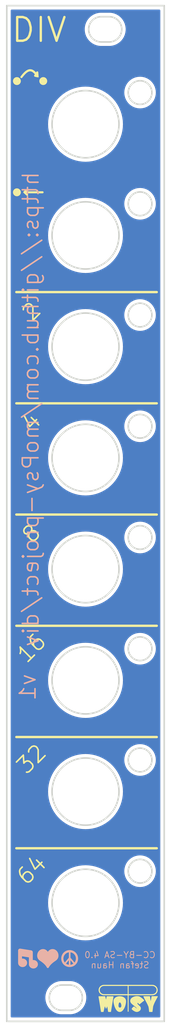
<source format=kicad_pcb>
(kicad_pcb (version 20221018) (generator pcbnew)
  (title_block (title "moPsy DIV (LEDs)") (date "2023-04-07") (rev "v1"))
  (layers (0 "F.Cu" signal) (31 "B.Cu" signal) (34 "B.Paste" user) (35 "F.Paste" user) (36 "B.SilkS" user "B.Silkscreen") (37 "F.SilkS" user "F.Silkscreen") (38 "B.Mask" user) (39 "F.Mask" user) (44 "Edge.Cuts" user))
  (net 0 "")
  (gr_line (start 112.845518 156.471695) (end 112.799639 156.463502) (stroke (width 0.28)) (layer "B.SilkS"))
  (gr_line (start 112.754565 156.453098) (end 112.710354 156.440544) (stroke (width 0.28)) (layer "B.SilkS"))
  (gr_line (start 113.862525 155.230438) (end 113.877172 155.273726) (stroke (width 0.28)) (layer "B.SilkS"))
  (gr_line (start 113.307735 156.425897) (end 113.264446 156.440544) (stroke (width 0.28)) (layer "B.SilkS"))
  (gr_line (start 113.646181 154.891991) (end 113.67703 154.924347) (stroke (width 0.28)) (layer "B.SilkS"))
  (gr_line (start 112.074671 155.363011) (end 112.085074 155.317937) (stroke (width 0.28)) (layer "B.SilkS"))
  (gr_line (start 112.583488 156.390558) (end 112.543317 156.369983) (stroke (width 0.28)) (layer "B.SilkS"))
  (gr_line (start 112.066478 155.692655) (end 112.060553 155.646029) (stroke (width 0.28)) (layer "B.SilkS"))
  (gr_line (start 112.939457 156.481217) (end 112.892144 156.477619) (stroke (width 0.28)) (layer "B.SilkS"))
  (gr_line (start 112.214855 155.029874) (end 112.24083 154.993347) (stroke (width 0.28)) (layer "B.SilkS"))
  (gr_line (start 113.350043 156.409215) (end 113.307735 156.425897) (stroke (width 0.28)) (layer "B.SilkS"))
  (gr_line (start 113.759945 155.029874) (end 113.784178 155.067674) (stroke (width 0.28)) (layer "B.SilkS"))
  (gr_line (start 113.580021 154.83186) (end 113.613825 154.861143) (stroke (width 0.28)) (layer "B.SilkS"))
  (gr_line (start 112.667065 156.425897) (end 112.624757 156.409215) (stroke (width 0.28)) (layer "B.SilkS"))
  (gr_line (start 112.39478 156.269684) (end 112.360975 156.240402) (stroke (width 0.28)) (layer "B.SilkS"))
  (gr_line (start 113.914247 155.646029) (end 113.908322 155.692655) (stroke (width 0.28)) (layer "B.SilkS"))
  (gr_line (start 112.097629 155.827819) (end 112.085074 155.783608) (stroke (width 0.28)) (layer "B.SilkS"))
  (gr_line (start 113.67703 154.924347) (end 113.706312 154.958152) (stroke (width 0.28)) (layer "B.SilkS"))
  (gr_line (start 113.73397 154.993347) (end 113.759945 155.029874) (stroke (width 0.28)) (layer "B.SilkS"))
  (gr_line (start 113.175162 156.463502) (end 113.129282 156.471695) (stroke (width 0.28)) (layer "B.SilkS"))
  (gr_line (start 113.845843 155.188129) (end 113.862525 155.230438) (stroke (width 0.28)) (layer "B.SilkS"))
  (gr_line (start 113.917845 155.598716) (end 113.914247 155.646029) (stroke (width 0.28)) (layer "B.SilkS"))
  (gr_line (start 112.112276 155.230438) (end 112.128957 155.188129) (stroke (width 0.28)) (layer "B.SilkS"))
  (gr_line (start 113.806611 155.994855) (end 113.784178 156.03387) (stroke (width 0.28)) (layer "B.SilkS"))
  (gr_line (start 113.129282 154.629849) (end 113.175162 154.638043) (stroke (width 0.28)) (layer "B.SilkS"))
  (gr_line (start 113.706312 156.143393) (end 113.67703 156.177197) (stroke (width 0.28)) (layer "B.SilkS"))
  (gr_line (start 113.919057 155.550773) (end 113.917845 155.598716) (stroke (width 0.28)) (layer "B.SilkS"))
  (gr_line (start 113.544825 156.297342) (end 113.508299 156.323317) (stroke (width 0.28)) (layer "B.SilkS"))
  (gr_line (start 113.73397 156.108198) (end 113.706312 156.143393) (stroke (width 0.28)) (layer "B.SilkS"))
  (gr_line (start 112.268488 154.958152) (end 112.297771 154.924347) (stroke (width 0.28)) (layer "B.SilkS"))
  (gr_line (start 113.082657 154.623925) (end 113.129282 154.629849) (stroke (width 0.28)) (layer "B.SilkS"))
  (gr_line (start 113.508299 154.778227) (end 113.544825 154.804202) (stroke (width 0.28)) (layer "B.SilkS"))
  (gr_line (start 113.806611 155.106689) (end 113.827186 155.146861) (stroke (width 0.28)) (layer "B.SilkS"))
  (gr_line (start 113.431483 156.369983) (end 113.391312 156.390558) (stroke (width 0.28)) (layer "B.SilkS"))
  (gr_line (start 113.784178 156.03387) (end 113.759945 156.071671) (stroke (width 0.28)) (layer "B.SilkS"))
  (gr_line (start 112.056955 155.50283) (end 112.060553 155.455516) (stroke (width 0.28)) (layer "B.SilkS"))
  (gr_line (start 112.297771 154.924347) (end 112.328619 154.891991) (stroke (width 0.28)) (layer "B.SilkS"))
  (gr_line (start 112.429975 154.804202) (end 112.466502 154.778227) (stroke (width 0.28)) (layer "B.SilkS"))
  (gr_line (start 113.264446 154.661) (end 113.307735 154.675647) (stroke (width 0.28)) (layer "B.SilkS"))
  (gr_line (start 112.799639 156.463502) (end 112.754565 156.453098) (stroke (width 0.28)) (layer "B.SilkS"))
  (gr_line (start 113.67703 156.177197) (end 113.646181 156.209553) (stroke (width 0.28)) (layer "B.SilkS"))
  (gr_line (start 112.060553 155.646029) (end 112.056955 155.598716) (stroke (width 0.28)) (layer "B.SilkS"))
  (gr_line (start 112.297771 156.177197) (end 112.268488 156.143393) (stroke (width 0.28)) (layer "B.SilkS"))
  (gr_line (start 112.24083 156.108198) (end 112.214855 156.071671) (stroke (width 0.28)) (layer "B.SilkS"))
  (gr_line (start 113.470498 154.753994) (end 113.508299 154.778227) (stroke (width 0.28)) (layer "B.SilkS"))
  (gr_line (start 112.39478 154.83186) (end 112.429975 154.804202) (stroke (width 0.28)) (layer "B.SilkS"))
  (gr_poly (pts (xy 109.590509 154.488479) (xy 109.575096 154.489086) (xy 109.559836 154.490097) (xy 109.544728 154.491513) (xy 109.529772 154.493334) (xy 109.514969 154.495559) (xy 109.500318 154.498189) (xy 109.485819 154.501223) (xy 109.471473 154.504662) (xy 109.457279 154.508505) (xy 109.443237 154.512753) (xy 109.429348 154.517405) (xy 109.415611 154.522462) (xy 109.402026 154.527924) (xy 109.388594 154.53379) (xy 109.375314 154.54006) (xy 109.361399 154.547154) (xy 109.347687 154.554567) (xy 109.334179 154.562297) (xy 109.320874 154.570345) (xy 109.307772 154.57871) (xy 109.294873 154.587394) (xy 109.282177 154.596396) (xy 109.269684 154.605715) (xy 109.257394 154.615352) (xy 109.245308 154.625307) (xy 109.233425 154.63558) (xy 109.221744 154.646171) (xy 109.210267 154.65708) (xy 109.198993 154.668306) (xy 109.187922 154.67985) (xy 109.177054 154.691712) (xy 109.166059 154.704305) (xy 109.15542 154.717113) (xy 109.145137 154.730139) (xy 109.135208 154.743381) (xy 109.125636 154.75684) (xy 109.116418 154.770516) (xy 109.107557 154.784408) (xy 109.099051 154.798517) (xy 109.0909 154.812843) (xy 109.083105 154.827386) (xy 109.075665 154.842145) (xy 109.068581 154.857121) (xy 109.061852 154.872314) (xy 109.055479 154.887724) (xy 109.049461 154.90335) (xy 109.043799 154.919193) (xy 109.038289 154.935187) (xy 109.033134 154.951269) (xy 109.028335 154.967437) (xy 109.023892 154.983691) (xy 109.019803 155.000032) (xy 109.016071 155.01646) (xy 109.012694 155.032975) (xy 109.009672 155.049577) (xy 109.007006 155.066265) (xy 109.004695 155.08304) (xy 109.00274 155.099901) (xy 109.00114 155.116849) (xy 108.999896 155.133884) (xy 108.999007 155.151006) (xy 108.998473 155.168214) (xy 108.998296 155.185509) (xy 108.999527 155.226622) (xy 109.003222 155.266739) (xy 109.009379 155.305859) (xy 109.018 155.343982) (xy 109.029083 155.381108) (xy 109.04263 155.417236) (xy 109.05864 155.452368) (xy 109.077112 155.486503) (xy 109.098048 155.519641) (xy 109.121446 155.551782) (xy 109.147308 155.582927) (xy 109.175633 155.613074) (xy 109.20642 155.642224) (xy 109.239671 155.670377) (xy 109.275384 155.697534) (xy 109.313561 155.723693) (xy 109.39649 155.779617) (xy 109.475865 155.835497) (xy 109.551685 155.891333) (xy 109.62395 155.947127) (xy 109.692661 156.002877) (xy 109.757816 156.058583) (xy 109.819417 156.114247) (xy 109.877462 156.169867) (xy 109.931953 156.225443) (xy 109.982889 156.280977) (xy 110.03027 156.336466) (xy 110.074097 156.391913) (xy 110.114368 156.447316) (xy 110.151084 156.502676) (xy 110.184246 156.557993) (xy 110.213853 156.613266) (xy 110.213854 156.613266) (xy 110.24346 156.557993) (xy 110.276622 156.502676) (xy 110.313339 156.447316) (xy 110.35361 156.391913) (xy 110.397437 156.336466) (xy 110.444818 156.280977) (xy 110.495754 156.225443) (xy 110.550245 156.169867) (xy 110.60829 156.114247) (xy 110.669891 156.058583) (xy 110.735046 156.002877) (xy 110.803757 155.947127) (xy 110.876022 155.891333) (xy 110.951842 155.835497) (xy 111.031216 155.779617) (xy 111.114146 155.723693) (xy 111.152323 155.6971) (xy 111.188036 155.669568) (xy 111.221287 155.641097) (xy 111.252074 155.611687) (xy 111.280399 155.581337) (xy 111.30626 155.550049) (xy 111.329659 155.517821) (xy 111.340435 155.501355) (xy 111.350595 155.484654) (xy 111.360139 155.467719) (xy 111.369067 155.450548) (xy 111.37738 155.433143) (xy 111.385077 155.415503) (xy 111.392158 155.397628) (xy 111.398623 155.379519) (xy 111.404473 155.361174) (xy 111.409707 155.342595) (xy 111.414325 155.323781) (xy 111.418327 155.304732) (xy 111.421714 155.285449) (xy 111.424485 155.26593) (xy 111.428179 155.226189) (xy 111.429411 155.185509) (xy 111.428725 155.151006) (xy 111.426668 155.116849) (xy 111.423241 155.08304) (xy 111.418441 155.049577) (xy 111.412271 155.01646) (xy 111.40473 154.983691) (xy 111.395817 154.951269) (xy 111.385533 154.919193) (xy 111.379674 154.90335) (xy 111.373472 154.887724) (xy 111.366927 154.872314) (xy 111.36004 154.857121) (xy 111.35281 154.842145) (xy 111.345237 154.827386) (xy 111.337321 154.812843) (xy 111.329062 154.798517) (xy 111.320461 154.784408) (xy 111.311517 154.770516) (xy 111.30223 154.75684) (xy 111.2926 154.743381) (xy 111.282627 154.730139) (xy 111.272312 154.717113) (xy 111.261654 154.704305) (xy 111.250653 154.691712) (xy 111.239785 154.67985) (xy 111.228714 154.668306) (xy 111.21744 154.65708) (xy 111.205963 154.646171) (xy 111.194283 154.63558) (xy 111.182399 154.625307) (xy 111.170313 154.615352) (xy 111.158023 154.605715) (xy 111.14553 154.596396) (xy 111.132834 154.587394) (xy 111.119935 154.57871) (xy 111.106833 154.570345) (xy 111.093528 154.562297) (xy 111.080019 154.554567) (xy 111.066308 154.547154) (xy 111.052393 154.54006) (xy 111.039113 154.53379) (xy 111.025681 154.527924) (xy 111.012096 154.522462) (xy 110.998359 154.517405) (xy 110.98447 154.512753) (xy 110.970428 154.508505) (xy 110.956234 154.504662) (xy 110.941887 154.501223) (xy 110.927389 154.498189) (xy 110.912737 154.495559) (xy 110.897934 154.493334) (xy 110.882978 154.491513) (xy 110.86787 154.490097) (xy 110.852609 154.489086) (xy 110.837196 154.488479) (xy 110.821631 154.488277) (xy 110.806066 154.488479) (xy 110.790653 154.489086) (xy 110.775393 154.490097) (xy 110.760285 154.491513) (xy 110.745329 154.493334) (xy 110.730526 154.495559) (xy 110.715875 154.498189) (xy 110.701376 154.501223) (xy 110.687029 154.504662) (xy 110.672835 154.508505) (xy 110.658794 154.512753) (xy 110.644904 154.517405) (xy 110.631167 154.522462) (xy 110.617583 154.527924) (xy 110.60415 154.53379) (xy 110.59087 154.54006) (xy 110.577146 154.546938) (xy 110.5636 154.554162) (xy 110.550231 154.561733) (xy 110.53704 154.569651) (xy 110.524027 154.577916) (xy 110.511191 154.586527) (xy 110.498533 154.595485) (xy 110.486053 154.60479) (xy 110.473751 154.614442) (xy 110.461626 154.62444) (xy 110.44968 154.634785) (xy 110.437911 154.645477) (xy 110.426319 154.656516) (xy 110.414906 154.667901) (xy 110.40367 154.679633) (xy 110.392611 154.691712) (xy 110.382004 154.703857) (xy 110.371714 154.716246) (xy 110.361741 154.728882) (xy 110.352086 154.741763) (xy 110.342748 154.754889) (xy 110.333727 154.768262) (xy 110.325024 154.78188) (xy 110.316639 154.795743) (xy 110.30857 154.809852) (xy 110.30082 154.824207) (xy 110.293386 154.838807) (xy 110.28627 154.853653) (xy 110.279472 154.868745) (xy 110.27299 154.884082) (xy 110.266827 154.899665) (xy 110.26098 154.915493) (xy 110.255273 154.931286) (xy 110.249935 154.947222) (xy 110.244964 154.963304) (xy 110.240362 154.979529) (xy 110.236128 154.9959) (xy 110.232262 155.012414) (xy 110.228764 155.029074) (xy 110.225635 155.045877) (xy 110.222873 155.062825) (xy 110.22048 155.079918) (xy 110.218455 155.097155) (xy 110.216798 155.114537) (xy 110.21551 155.132063) (xy 110.214589 155.149734) (xy 110.214037 155.167549) (xy 110.213853 155.185509) (xy 110.213142 155.149734) (xy 110.211009 155.114537) (xy 110.207454 155.079918) (xy 110.205143 155.062825) (xy 110.202477 155.045877) (xy 110.199456 155.029074) (xy 110.196079 155.012414) (xy 110.192346 154.9959) (xy 110.188258 154.979529) (xy 110.183814 154.963304) (xy 110.179015 154.947222) (xy 110.173861 154.931286) (xy 110.168351 154.915493) (xy 110.162308 154.899665) (xy 110.15596 154.884082) (xy 110.149307 154.868745) (xy 110.14235 154.853653) (xy 110.135088 154.838807) (xy 110.127521 154.824207) (xy 110.11965 154.809852) (xy 110.111474 154.795743) (xy 110.102993 154.781879) (xy 110.094207 154.768261) (xy 110.085117 154.754889) (xy 110.075722 154.741763) (xy 110.066022 154.728882) (xy 110.056018 154.716246) (xy 110.045708 154.703857) (xy 110.035094 154.691712) (xy 110.024036 154.679633) (xy 110.0128 154.667901) (xy 110.001387 154.656516) (xy 109.989796 154.645477) (xy 109.978026 154.634785) (xy 109.96608 154.62444) (xy 109.953955 154.614442) (xy 109.941653 154.60479) (xy 109.929173 154.595485) (xy 109.916515 154.586527) (xy 109.903679 154.577916) (xy 109.890666 154.569651) (xy 109.877475 154.561733) (xy 109.864106 154.554162) (xy 109.85056 154.546938) (xy 109.836836 154.54006) (xy 109.823556 154.53379) (xy 109.810123 154.527924) (xy 109.796539 154.522462) (xy 109.782802 154.517405) (xy 109.768912 154.512753) (xy 109.754871 154.508505) (xy 109.740677 154.504662) (xy 109.72633 154.501223) (xy 109.711832 154.498189) (xy 109.697181 154.495559) (xy 109.682377 154.493334) (xy 109.667421 154.491513) (xy 109.652313 154.490097) (xy 109.637053 154.489086) (xy 109.62164 154.488479) (xy 109.606075 154.488277)) (stroke (width 0.28)) (fill solid) (layer "B.SilkS"))
  (gr_poly (pts (xy 106.68 154.432) (xy 106.674194 154.432509) (xy 106.668438 154.433327) (xy 106.662744 154.434452) (xy 106.657123 154.435878) (xy 106.651588 154.437604) (xy 106.64615 154.439626) (xy 106.640821 154.441939) (xy 106.635614 154.444541) (xy 106.630541 154.447427) (xy 106.625613 154.450595) (xy 106.620842 154.454041) (xy 106.616241 154.457761) (xy 106.611847 154.461728) (xy 106.607698 154.465907) (xy 106.603799 154.470285) (xy 106.600155 154.474851) (xy 106.596772 154.479594) (xy 106.593655 154.484502) (xy 106.590809 154.489562) (xy 106.58824 154.494765) (xy 106.585953 154.500097) (xy 106.583954 154.505548) (xy 106.582248 154.511106) (xy 106.580839 154.516758) (xy 106.579735 154.522495) (xy 106.578939 154.528303) (xy 106.578458 154.534171) (xy 106.578296 154.540089) (xy 106.578296 156.092209) (xy 106.578861 156.11261) (xy 106.580537 156.132747) (xy 106.583296 156.152595) (xy 106.587112 156.172128) (xy 106.591956 156.191321) (xy 106.597802 156.210149) (xy 106.604622 156.228588) (xy 106.612388 156.246611) (xy 106.621074 156.264194) (xy 106.630651 156.281312) (xy 106.641093 156.297939) (xy 106.652371 156.31405) (xy 106.664459 156.329621) (xy 106.677329 156.344626) (xy 106.690953 156.359039) (xy 106.705305 156.372836) (xy 106.720356 156.385992) (xy 106.73608 156.398481) (xy 106.752448 156.410279) (xy 106.769434 156.42136) (xy 106.78701 156.431698) (xy 106.805148 156.44127) (xy 106.823822 156.450049) (xy 106.843003 156.458011) (xy 106.862665 156.465131) (xy 106.88278 156.471383) (xy 106.90332 156.476742) (xy 106.924258 156.481183) (xy 106.945567 156.48468) (xy 106.967219 156.48721) (xy 106.989187 156.488746) (xy 107.011443 156.489264) (xy 107.033699 156.488746) (xy 107.055667 156.48721) (xy 107.077319 156.48468) (xy 107.098628 156.481183) (xy 107.119566 156.476742) (xy 107.140106 156.471383) (xy 107.160221 156.465131) (xy 107.179883 156.458012) (xy 107.199064 156.45005) (xy 107.217738 156.441271) (xy 107.235877 156.431699) (xy 107.253453 156.421361) (xy 107.270439 156.41028) (xy 107.286807 156.398483) (xy 107.302531 156.385994) (xy 107.317582 156.372838) (xy 107.331934 156.359041) (xy 107.345559 156.344627) (xy 107.358429 156.329623) (xy 107.370517 156.314052) (xy 107.381795 156.297941) (xy 107.392237 156.281314) (xy 107.401814 156.264196) (xy 107.4105 156.246613) (xy 107.418266 156.22859) (xy 107.425086 156.210151) (xy 107.430933 156.191322) (xy 107.435777 156.172129) (xy 107.439593 156.152596) (xy 107.442352 156.132748) (xy 107.444028 156.11261) (xy 107.444593 156.092209) (xy 107.444028 156.071807) (xy 107.442352 156.05167) (xy 107.439593 156.031822) (xy 107.435777 156.012289) (xy 107.430933 155.993095) (xy 107.425086 155.974267) (xy 107.418266 155.955828) (xy 107.4105 155.937805) (xy 107.401814 155.920221) (xy 107.392237 155.903104) (xy 107.381795 155.886477) (xy 107.370517 155.870365) (xy 107.358429 155.854795) (xy 107.345559 155.83979) (xy 107.331934 155.825377) (xy 107.317582 155.81158) (xy 107.302531 155.798424) (xy 107.286807 155.785935) (xy 107.270439 155.774137) (xy 107.253453 155.763057) (xy 107.235877 155.752718) (xy 107.217738 155.743147) (xy 107.199064 155.734367) (xy 107.179883 155.726406) (xy 107.160221 155.719286) (xy 107.140106 155.713035) (xy 107.119566 155.707676) (xy 107.098628 155.703235) (xy 107.077319 155.699737) (xy 107.055667 155.697208) (xy 107.033699 155.695671) (xy 107.011443 155.695154) (xy 106.794869 155.695154) (xy 106.794869 155.099962) (xy 107.949934 155.282341) (xy 107.949934 156.272686) (xy 107.950499 156.293088) (xy 107.952175 156.313225) (xy 107.954934 156.333073) (xy 107.95875 156.352606) (xy 107.963595 156.3718) (xy 107.969441 156.390629) (xy 107.976261 156.409067) (xy 107.984027 156.427091) (xy 107.992713 156.444674) (xy 108.002291 156.461791) (xy 108.012732 156.478419) (xy 108.024011 156.49453) (xy 108.036099 156.510101) (xy 108.048969 156.525105) (xy 108.062593 156.539518) (xy 108.076945 156.553316) (xy 108.091997 156.566471) (xy 108.10772 156.57896) (xy 108.124089 156.590758) (xy 108.141075 156.601838) (xy 108.158651 156.612177) (xy 108.17679 156.621749) (xy 108.195464 156.630528) (xy 108.214645 156.63849) (xy 108.234307 156.645609) (xy 108.254422 156.651861) (xy 108.274962 156.657219) (xy 108.2959 156.66166) (xy 108.317209 156.665158) (xy 108.338861 156.667688) (xy 108.360829 156.669224) (xy 108.383085 156.669741) (xy 108.405341 156.669224) (xy 108.427309 156.667688) (xy 108.448961 156.665158) (xy 108.47027 156.66166) (xy 108.491208 156.657219) (xy 108.511748 156.651861) (xy 108.531863 156.645609) (xy 108.551525 156.63849) (xy 108.570706 156.630528) (xy 108.58938 156.621749) (xy 108.607519 156.612177) (xy 108.625095 156.601838) (xy 108.642081 156.590758) (xy 108.65845 156.57896) (xy 108.674173 156.566471) (xy 108.689225 156.553316) (xy 108.703576 156.539518) (xy 108.717201 156.525105) (xy 108.730071 156.510101) (xy 108.742159 156.49453) (xy 108.753438 156.478419) (xy 108.763879 156.461791) (xy 108.773457 156.444674) (xy 108.782142 156.427091) (xy 108.789909 156.409067) (xy 108.796729 156.390629) (xy 108.802575 156.3718) (xy 108.80742 156.352606) (xy 108.811235 156.333073) (xy 108.813995 156.313225) (xy 108.815671 156.293088) (xy 108.816235 156.272686) (xy 108.815671 156.252285) (xy 108.813995 156.232148) (xy 108.811235 156.212301) (xy 108.80742 156.192768) (xy 108.802575 156.173575) (xy 108.796729 156.154746) (xy 108.789909 156.136308) (xy 108.782142 156.118285) (xy 108.773457 156.100702) (xy 108.763879 156.083584) (xy 108.753438 156.066957) (xy 108.742159 156.050846) (xy 108.730071 156.035275) (xy 108.717201 156.020271) (xy 108.703576 156.005858) (xy 108.689225 155.99206) (xy 108.674173 155.978905) (xy 108.65845 155.966416) (xy 108.642081 155.954618) (xy 108.625095 155.943537) (xy 108.607519 155.933199) (xy 108.58938 155.923627) (xy 108.570706 155.914848) (xy 108.551525 155.906886) (xy 108.531863 155.899766) (xy 108.511748 155.893514) (xy 108.491208 155.888155) (xy 108.47027 155.883714) (xy 108.448961 155.880216) (xy 108.427309 155.877686) (xy 108.405341 155.876149) (xy 108.383085 155.875631) (xy 108.166508 155.875631) (xy 108.166508 154.756662) (xy 108.166395 154.751691) (xy 108.16606 154.746771) (xy 108.165506 154.741909) (xy 108.164739 154.737109) (xy 108.163764 154.732377) (xy 108.162584 154.727717) (xy 108.161204 154.723137) (xy 108.159628 154.71864) (xy 108.157863 154.714232) (xy 108.155911 154.709918) (xy 108.153777 154.705704) (xy 108.151467 154.701595) (xy 108.148984 154.697597) (xy 108.146333 154.693714) (xy 108.143519 154.689953) (xy 108.140546 154.686318) (xy 108.137419 154.682815) (xy 108.134143 154.679448) (xy 108.130721 154.676225) (xy 108.127159 154.673148) (xy 108.123461 154.670226) (xy 108.119632 154.667461) (xy 108.115675 154.66486) (xy 108.111597 154.662429) (xy 108.107401 154.660171) (xy 108.103091 154.658094) (xy 108.098673 154.656202) (xy 108.094151 154.6545) (xy 108.08953 154.652994) (xy 108.084814 154.651689) (xy 108.080007 154.650591) (xy 108.075115 154.649704) (xy 106.703477 154.433131) (xy 106.697593 154.432366) (xy 106.691711 154.431925) (xy 106.685842 154.431804)) (stroke (width 0.279999)) (fill solid) (layer "B.SilkS"))
  (gr_line (start 113.877172 155.273726) (end 113.889726 155.317937) (stroke (width 0.28)) (layer "B.SilkS"))
  (gr_line (start 112.168189 155.106689) (end 112.190622 155.067674) (stroke (width 0.28)) (layer "B.SilkS"))
  (gr_line (start 113.646181 156.209553) (end 113.613825 156.240402) (stroke (width 0.28)) (layer "B.SilkS"))
  (gr_line (start 113.082657 156.477619) (end 113.035343 156.481217) (stroke (width 0.28)) (layer "B.SilkS"))
  (gr_line (start 112.190622 156.03387) (end 112.168189 155.994855) (stroke (width 0.28)) (layer "B.SilkS"))
  (gr_line (start 112.845518 154.629849) (end 112.892144 154.623925) (stroke (width 0.28)) (layer "B.SilkS"))
  (gr_line (start 113.035343 156.481217) (end 112.9874 156.48243) (stroke (width 0.28)) (layer "B.SilkS"))
  (gr_line (start 112.543317 156.369983) (end 112.504302 156.34755) (stroke (width 0.28)) (layer "B.SilkS"))
  (gr_line (start 112.583488 154.710986) (end 112.624757 154.692329) (stroke (width 0.28)) (layer "B.SilkS"))
  (gr_line (start 112.667065 154.675647) (end 112.710354 154.661) (stroke (width 0.28)) (layer "B.SilkS"))
  (gr_line (start 113.035343 154.620327) (end 113.082657 154.623925) (stroke (width 0.28)) (layer "B.SilkS"))
  (gr_line (start 112.982759 156.408804) (end 112.992041 154.703572) (stroke (width 0.209999)) (layer "B.SilkS"))
  (gr_line (start 112.24083 154.993347) (end 112.268488 154.958152) (stroke (width 0.28)) (layer "B.SilkS"))
  (gr_line (start 113.175162 154.638043) (end 113.220236 154.648446) (stroke (width 0.28)) (layer "B.SilkS"))
  (gr_line (start 112.074671 155.738534) (end 112.066478 155.692655) (stroke (width 0.28)) (layer "B.SilkS"))
  (gr_line (start 112.978693 155.46775) (end 113.590177 156.188209) (stroke (width 0.209999)) (layer "B.SilkS"))
  (gr_line (start 112.9874 154.619115) (end 113.035343 154.620327) (stroke (width 0.28)) (layer "B.SilkS"))
  (gr_line (start 113.508299 156.323317) (end 113.470498 156.34755) (stroke (width 0.28)) (layer "B.SilkS"))
  (gr_line (start 112.360975 154.861143) (end 112.39478 154.83186) (stroke (width 0.28)) (layer "B.SilkS"))
  (gr_line (start 112.710354 156.440544) (end 112.667065 156.425897) (stroke (width 0.28)) (layer "B.SilkS"))
  (gr_line (start 112.085074 155.317937) (end 112.097629 155.273726) (stroke (width 0.28)) (layer "B.SilkS"))
  (gr_line (start 113.544825 154.804202) (end 113.580021 154.83186) (stroke (width 0.28)) (layer "B.SilkS"))
  (gr_line (start 113.220236 154.648446) (end 113.264446 154.661) (stroke (width 0.28)) (layer "B.SilkS"))
  (gr_line (start 113.307735 154.675647) (end 113.350043 154.692329) (stroke (width 0.28)) (layer "B.SilkS"))
  (gr_line (start 113.845843 155.913415) (end 113.827186 155.954684) (stroke (width 0.28)) (layer "B.SilkS"))
  (gr_line (start 113.900129 155.363011) (end 113.908322 155.40889) (stroke (width 0.28)) (layer "B.SilkS"))
  (gr_line (start 112.466502 154.778227) (end 112.504302 154.753994) (stroke (width 0.28)) (layer "B.SilkS"))
  (gr_line (start 113.220236 156.453098) (end 113.175162 156.463502) (stroke (width 0.28)) (layer "B.SilkS"))
  (gr_line (start 112.168189 155.994855) (end 112.147615 155.954684) (stroke (width 0.28)) (layer "B.SilkS"))
  (gr_line (start 112.504302 154.753994) (end 112.543317 154.731561) (stroke (width 0.28)) (layer "B.SilkS"))
  (gr_line (start 112.466502 156.323317) (end 112.429975 156.297342) (stroke (width 0.28)) (layer "B.SilkS"))
  (gr_line (start 112.543317 154.731561) (end 112.583488 154.710986) (stroke (width 0.28)) (layer "B.SilkS"))
  (gr_line (start 113.580021 156.269684) (end 113.544825 156.297342) (stroke (width 0.28)) (layer "B.SilkS"))
  (gr_line (start 113.862525 155.871107) (end 113.845843 155.913415) (stroke (width 0.28)) (layer "B.SilkS"))
  (gr_line (start 112.624757 156.409215) (end 112.583488 156.390558) (stroke (width 0.28)) (layer "B.SilkS"))
  (gr_line (start 113.914247 155.455516) (end 113.917845 155.50283) (stroke (width 0.28)) (layer "B.SilkS"))
  (gr_line (start 112.710354 154.661) (end 112.754565 154.648446) (stroke (width 0.28)) (layer "B.SilkS"))
  (gr_line (start 113.900129 155.738534) (end 113.889726 155.783608) (stroke (width 0.28)) (layer "B.SilkS"))
  (gr_line (start 113.889726 155.783608) (end 113.877172 155.827819) (stroke (width 0.28)) (layer "B.SilkS"))
  (gr_line (start 112.504302 156.34755) (end 112.466502 156.323317) (stroke (width 0.28)) (layer "B.SilkS"))
  (gr_line (start 112.998993 155.467294) (end 112.391178 156.183429) (stroke (width 0.209999)) (layer "B.SilkS"))
  (gr_line (start 113.706312 154.958152) (end 113.73397 154.993347) (stroke (width 0.28)) (layer "B.SilkS"))
  (gr_line (start 113.877172 155.827819) (end 113.862525 155.871107) (stroke (width 0.28)) (layer "B.SilkS"))
  (gr_line (start 112.214855 156.071671) (end 112.190622 156.03387) (stroke (width 0.28)) (layer "B.SilkS"))
  (gr_line (start 113.431483 154.731561) (end 113.470498 154.753994) (stroke (width 0.28)) (layer "B.SilkS"))
  (gr_line (start 112.112276 155.871107) (end 112.097629 155.827819) (stroke (width 0.28)) (layer "B.SilkS"))
  (gr_line (start 113.759945 156.071671) (end 113.73397 156.108198) (stroke (width 0.28)) (layer "B.SilkS"))
  (gr_line (start 112.190622 155.067674) (end 112.214855 155.029874) (stroke (width 0.28)) (layer "B.SilkS"))
  (gr_line (start 112.268488 156.143393) (end 112.24083 156.108198) (stroke (width 0.28)) (layer "B.SilkS"))
  (gr_line (start 113.129282 156.471695) (end 113.082657 156.477619) (stroke (width 0.28)) (layer "B.SilkS"))
  (gr_line (start 113.613825 156.240402) (end 113.580021 156.269684) (stroke (width 0.28)) (layer "B.SilkS"))
  (gr_line (start 112.128957 155.188129) (end 112.147615 155.146861) (stroke (width 0.28)) (layer "B.SilkS"))
  (gr_line (start 112.754565 154.648446) (end 112.799639 154.638043) (stroke (width 0.28)) (layer "B.SilkS"))
  (gr_line (start 112.360975 156.240402) (end 112.328619 156.209553) (stroke (width 0.28)) (layer "B.SilkS"))
  (gr_line (start 112.147615 155.146861) (end 112.168189 155.106689) (stroke (width 0.28)) (layer "B.SilkS"))
  (gr_line (start 112.892144 154.623925) (end 112.939457 154.620327) (stroke (width 0.28)) (layer "B.SilkS"))
  (gr_line (start 112.056955 155.598716) (end 112.055743 155.550773) (stroke (width 0.28)) (layer "B.SilkS"))
  (gr_line (start 112.147615 155.954684) (end 112.128957 155.913415) (stroke (width 0.28)) (layer "B.SilkS"))
  (gr_line (start 112.128957 155.913415) (end 112.112276 155.871107) (stroke (width 0.28)) (layer "B.SilkS"))
  (gr_line (start 112.066478 155.40889) (end 112.074671 155.363011) (stroke (width 0.28)) (layer "B.SilkS"))
  (gr_line (start 113.908322 155.692655) (end 113.900129 155.738534) (stroke (width 0.28)) (layer "B.SilkS"))
  (gr_line (start 112.055743 155.550773) (end 112.056955 155.50283) (stroke (width 0.28)) (layer "B.SilkS"))
  (gr_line (start 113.350043 154.692329) (end 113.391312 154.710986) (stroke (width 0.28)) (layer "B.SilkS"))
  (gr_line (start 113.470498 156.34755) (end 113.431483 156.369983) (stroke (width 0.28)) (layer "B.SilkS"))
  (gr_line (start 113.889726 155.317937) (end 113.900129 155.363011) (stroke (width 0.28)) (layer "B.SilkS"))
  (gr_line (start 113.613825 154.861143) (end 113.646181 154.891991) (stroke (width 0.28)) (layer "B.SilkS"))
  (gr_line (start 112.624757 154.692329) (end 112.667065 154.675647) (stroke (width 0.28)) (layer "B.SilkS"))
  (gr_line (start 112.097629 155.273726) (end 112.112276 155.230438) (stroke (width 0.28)) (layer "B.SilkS"))
  (gr_line (start 112.328619 154.891991) (end 112.360975 154.861143) (stroke (width 0.28)) (layer "B.SilkS"))
  (gr_line (start 112.060553 155.455516) (end 112.066478 155.40889) (stroke (width 0.28)) (layer "B.SilkS"))
  (gr_line (start 113.827186 155.954684) (end 113.806611 155.994855) (stroke (width 0.28)) (layer "B.SilkS"))
  (gr_line (start 112.892144 156.477619) (end 112.845518 156.471695) (stroke (width 0.28)) (layer "B.SilkS"))
  (gr_line (start 112.085074 155.783608) (end 112.074671 155.738534) (stroke (width 0.28)) (layer "B.SilkS"))
  (gr_line (start 113.784178 155.067674) (end 113.806611 155.106689) (stroke (width 0.28)) (layer "B.SilkS"))
  (gr_line (start 113.827186 155.146861) (end 113.845843 155.188129) (stroke (width 0.28)) (layer "B.SilkS"))
  (gr_line (start 113.391312 156.390558) (end 113.350043 156.409215) (stroke (width 0.28)) (layer "B.SilkS"))
  (gr_line (start 112.939457 154.620327) (end 112.9874 154.619115) (stroke (width 0.28)) (layer "B.SilkS"))
  (gr_line (start 112.799639 154.638043) (end 112.845518 154.629849) (stroke (width 0.28)) (layer "B.SilkS"))
  (gr_line (start 112.429975 156.297342) (end 112.39478 156.269684) (stroke (width 0.28)) (layer "B.SilkS"))
  (gr_line (start 113.391312 154.710986) (end 113.431483 154.731561) (stroke (width 0.28)) (layer "B.SilkS"))
  (gr_line (start 113.917845 155.50283) (end 113.919057 155.550773) (stroke (width 0.28)) (layer "B.SilkS"))
  (gr_line (start 113.264446 156.440544) (end 113.220236 156.453098) (stroke (width 0.28)) (layer "B.SilkS"))
  (gr_line (start 113.908322 155.40889) (end 113.914247 155.455516) (stroke (width 0.28)) (layer "B.SilkS"))
  (gr_line (start 112.328619 156.209553) (end 112.297771 156.177197) (stroke (width 0.28)) (layer "B.SilkS"))
  (gr_line (start 112.9874 156.48243) (end 112.939457 156.481217) (stroke (width 0.28)) (layer "B.SilkS"))
  (gr_line (start 117.335438 158.94621) (end 117.35613 158.945882) (stroke (width 0.142626)) (layer "F.SilkS"))
  (gr_line (start 117.081816 159.006842) (end 117.118355 158.991041) (stroke (width 0.142626)) (layer "F.SilkS"))
  (gr_line (start 116.919132 159.117591) (end 116.933666 159.104263) (stroke (width 0.142626)) (layer "F.SilkS"))
  (gr_line (start 123.851682 160.003299) (end 123.882809 159.979075) (stroke (width 0.142626)) (layer "F.SilkS"))
  (gr_line (start 123.953229 159.160398) (end 123.940047 159.145677) (stroke (width 0.142626)) (layer "F.SilkS"))
  (gr_line (start 123.557341 160.119422) (end 123.597487 160.113036) (stroke (width 0.142626)) (layer "F.SilkS"))
  (gr_line (start 123.475304 160.124604) (end 123.516576 160.123298) (stroke (width 0.142626)) (layer "F.SilkS"))
  (gr_line (start 116.738088 159.573381) (end 116.736792 159.535244) (stroke (width 0.142626)) (layer "F.SilkS"))
  (gr_line (start 117.155965 158.977501) (end 117.194533 158.966283) (stroke (width 0.142626)) (layer "F.SilkS"))
  (gr_line (start 108.396272 43.337482) (end 108.450995 43.380888) (stroke (width 0.271356)) (layer "F.SilkS"))
  (gr_line (start 123.819032 160.02551) (end 123.851682 160.003299) (stroke (width 0.142626)) (layer "F.SilkS"))
  (gr_line (start 123.819032 159.045003) (end 123.784973 159.024867) (stroke (width 0.142626)) (layer "F.SilkS"))
  (gr_line (start 124.001022 159.223694) (end 123.989842 159.207224) (stroke (width 0.142626)) (layer "F.SilkS"))
  (gr_line (start 116.819767 159.240564) (end 116.830412 159.223675) (stroke (width 0.142626)) (layer "F.SilkS"))
  (gr_poly (pts (xy 109.657053 44.095381) (xy 109.679906 44.097119) (xy 109.702427 44.09998) (xy 109.724587 44.103938) (xy 109.746358 44.108962) (xy 109.767713 44.115026) (xy 109.788621 44.122101) (xy 109.809057 44.130158) (xy 109.82899 44.13917) (xy 109.848393 44.149108) (xy 109.867238 44.159943) (xy 109.885496 44.171648) (xy 109.903138 44.184194) (xy 109.920138 44.197553) (xy 109.936466 44.211697) (xy 109.952094 44.226597) (xy 109.966994 44.242225) (xy 109.981138 44.258553) (xy 109.994497 44.275553) (xy 110.007043 44.293196) (xy 110.018748 44.311454) (xy 110.029584 44.330298) (xy 110.039521 44.349701) (xy 110.048533 44.369635) (xy 110.05659 44.39007) (xy 110.063665 44.410979) (xy 110.069729 44.432333) (xy 110.074754 44.454104) (xy 110.078711 44.476264) (xy 110.081573 44.498785) (xy 110.083311 44.521638) (xy 110.083896 44.544795) (xy 110.083311 44.567952) (xy 110.081573 44.590805) (xy 110.078711 44.613326) (xy 110.074754 44.635486) (xy 110.069729 44.657257) (xy 110.063665 44.678611) (xy 110.05659 44.69952) (xy 110.048533 44.719955) (xy 110.039521 44.739889) (xy 110.029584 44.759292) (xy 110.018748 44.778137) (xy 110.007043 44.796394) (xy 109.994497 44.814037) (xy 109.981138 44.831037) (xy 109.966994 44.847365) (xy 109.952094 44.862993) (xy 109.936466 44.877893) (xy 109.920138 44.892037) (xy 109.903138 44.905396) (xy 109.885496 44.917942) (xy 109.867238 44.929647) (xy 109.848393 44.940482) (xy 109.82899 44.95042) (xy 109.809057 44.959432) (xy 109.788621 44.967489) (xy 109.767713 44.974564) (xy 109.746358 44.980628) (xy 109.724587 44.985652) (xy 109.702427 44.98961) (xy 109.679906 44.992472) (xy 109.657053 44.994209) (xy 109.633896 44.994795) (xy 109.610739 44.994209) (xy 109.587886 44.992472) (xy 109.565366 44.98961) (xy 109.543206 44.985652) (xy 109.521434 44.980628) (xy 109.50008 44.974564) (xy 109.479171 44.967489) (xy 109.458736 44.959432) (xy 109.438803 44.95042) (xy 109.4194 44.940482) (xy 109.400555 44.929647) (xy 109.382297 44.917942) (xy 109.364654 44.905396) (xy 109.347655 44.892037) (xy 109.331327 44.877893) (xy 109.315698 44.862993) (xy 109.300798 44.847365) (xy 109.286655 44.831037) (xy 109.273296 44.814037) (xy 109.260749 44.796394) (xy 109.249045 44.778137) (xy 109.238209 44.759292) (xy 109.228271 44.739889) (xy 109.21926 44.719955) (xy 109.211202 44.69952) (xy 109.204128 44.678611) (xy 109.198064 44.657257) (xy 109.193039 44.635486) (xy 109.189082 44.613326) (xy 109.18622 44.590805) (xy 109.184482 44.567952) (xy 109.183897 44.544795) (xy 109.184482 44.521638) (xy 109.18622 44.498785) (xy 109.189082 44.476264) (xy 109.193039 44.454104) (xy 109.198064 44.432333) (xy 109.204128 44.410979) (xy 109.211202 44.39007) (xy 109.21926 44.369635) (xy 109.228271 44.349701) (xy 109.238209 44.330298) (xy 109.249045 44.311454) (xy 109.260749 44.293196) (xy 109.273296 44.275553) (xy 109.286655 44.258553) (xy 109.300798 44.242225) (xy 109.315698 44.226597) (xy 109.331327 44.211697) (xy 109.347655 44.197553) (xy 109.364654 44.184194) (xy 109.382297 44.171648) (xy 109.400555 44.159943) (xy 109.4194 44.149108) (xy 109.438803 44.13917) (xy 109.458736 44.130158) (xy 109.479171 44.122101) (xy 109.50008 44.115026) (xy 109.521434 44.108962) (xy 109.543206 44.103938) (xy 109.565366 44.09998) (xy 109.587886 44.097119) (xy 109.610739 44.095381) (xy 109.633896 44.094795)) (stroke (width 0.099999)) (fill solid) (layer "F.SilkS"))
  (gr_line (start 116.865503 159.894939) (end 116.841592 159.863282) (stroke (width 0.142626)) (layer "F.SilkS"))
  (gr_line (start 116.905034 159.131391) (end 116.919132 159.117591) (stroke (width 0.142626)) (layer "F.SilkS"))
  (gr_line (start 116.738088 159.497108) (end 116.741978 159.459095) (stroke (width 0.142626)) (layer "F.SilkS"))
  (gr_poly (pts (xy 123.424553 158.966536) (xy 117.406272 158.966536) (xy 117.406272 158.92517) (xy 123.424553 158.92517)) (stroke (width 0.10126)) (fill solid) (layer "F.SilkS"))
  (gr_line (start 124.093346 159.497121) (end 124.089457 159.459109) (stroke (width 0.142626)) (layer "F.SilkS"))
  (gr_line (start 117.214141 158.961565) (end 117.233947 158.957451) (stroke (width 0.142626)) (layer "F.SilkS"))
  (gr_line (start 116.865503 159.175548) (end 116.878205 159.160377) (stroke (width 0.142626)) (layer "F.SilkS"))
  (gr_line (start 116.979752 160.003295) (end 116.948625 159.97907) (stroke (width 0.142626)) (layer "F.SilkS"))
  (gr_line (start 123.965931 159.894945) (end 123.989842 159.863289) (stroke (width 0.142626)) (layer "F.SilkS"))
  (gr_line (start 107.607968 43.288416) (end 107.668161 43.255835) (stroke (width 0.271356)) (layer "F.SilkS"))
  (gr_line (start 123.713078 158.991066) (end 123.675468 158.977526) (stroke (width 0.142626)) (layer "F.SilkS"))
  (gr_line (start 124.011667 159.82993) (end 124.031114 159.795266) (stroke (width 0.142626)) (layer "F.SilkS"))
  (gr_line (start 116.948625 159.97907) (end 116.919132 159.952895) (stroke (width 0.142626)) (layer "F.SilkS"))
  (gr_poly (pts (xy 123.424705 160.145288) (xy 117.406969 160.145288) (xy 117.406969 160.103923) (xy 123.424705 160.103923)) (stroke (width 0.101256)) (fill solid) (layer "F.SilkS"))
  (gr_line (start 116.963991 159.079055) (end 116.979752 159.067191) (stroke (width 0.142626)) (layer "F.SilkS"))
  (gr_line (start 108.287185 43.266036) (end 108.341696 43.299182) (stroke (width 0.271356)) (layer "F.SilkS"))
  (gr_line (start 116.741978 159.459095) (end 116.74846 159.42133) (stroke (width 0.142626)) (layer "F.SilkS"))
  (gr_line (start 123.851682 159.067214) (end 123.819032 159.045003) (stroke (width 0.142626)) (layer "F.SilkS"))
  (gr_poly (pts (xy 106.310289 44.095381) (xy 106.333142 44.097119) (xy 106.355662 44.09998) (xy 106.377822 44.103938) (xy 106.399594 44.108962) (xy 106.420948 44.115026) (xy 106.441857 44.122101) (xy 106.462292 44.130158) (xy 106.482225 44.13917) (xy 106.501628 44.149108) (xy 106.520473 44.159943) (xy 106.538731 44.171648) (xy 106.556374 44.184194) (xy 106.573373 44.197553) (xy 106.589701 44.211697) (xy 106.60533 44.226597) (xy 106.62023 44.242225) (xy 106.634373 44.258553) (xy 106.647733 44.275553) (xy 106.660279 44.293196) (xy 106.671984 44.311454) (xy 106.682819 44.330298) (xy 106.692757 44.349701) (xy 106.701768 44.369635) (xy 106.709826 44.39007) (xy 106.7169 44.410979) (xy 106.722964 44.432333) (xy 106.727989 44.454104) (xy 106.731947 44.476264) (xy 106.734808 44.498785) (xy 106.736546 44.521638) (xy 106.737132 44.544795) (xy 106.736546 44.567952) (xy 106.734808 44.590805) (xy 106.731947 44.613326) (xy 106.727989 44.635486) (xy 106.722964 44.657257) (xy 106.7169 44.678611) (xy 106.709826 44.69952) (xy 106.701768 44.719955) (xy 106.692757 44.739889) (xy 106.682819 44.759292) (xy 106.671984 44.778137) (xy 106.660279 44.796394) (xy 106.647733 44.814037) (xy 106.634373 44.831037) (xy 106.62023 44.847365) (xy 106.60533 44.862993) (xy 106.589701 44.877893) (xy 106.573373 44.892037) (xy 106.556374 44.905396) (xy 106.538731 44.917942) (xy 106.520473 44.929647) (xy 106.501628 44.940482) (xy 106.482225 44.95042) (xy 106.462292 44.959432) (xy 106.441857 44.967489) (xy 106.420948 44.974564) (xy 106.399594 44.980628) (xy 106.377822 44.985652) (xy 106.355662 44.98961) (xy 106.333142 44.992472) (xy 106.310289 44.994209) (xy 106.287132 44.994795) (xy 106.263975 44.994209) (xy 106.241122 44.992472) (xy 106.218601 44.98961) (xy 106.196441 44.985652) (xy 106.17467 44.980628) (xy 106.153315 44.974564) (xy 106.132407 44.967489) (xy 106.111971 44.959432) (xy 106.092038 44.95042) (xy 106.072635 44.940482) (xy 106.05379 44.929647) (xy 106.035532 44.917942) (xy 106.01789 44.905396) (xy 106.00089 44.892037) (xy 105.984562 44.877893) (xy 105.968934 44.862993) (xy 105.954034 44.847365) (xy 105.93989 44.831037) (xy 105.926531 44.814037) (xy 105.913985 44.796394) (xy 105.90228 44.778137) (xy 105.891444 44.759292) (xy 105.881507 44.739889) (xy 105.872495 44.719955) (xy 105.864438 44.69952) (xy 105.857363 44.678611) (xy 105.851299 44.657257) (xy 105.846274 44.635486) (xy 105.842317 44.613326) (xy 105.839455 44.590805) (xy 105.837717 44.567952) (xy 105.837132 44.544795) (xy 105.837717 44.521638) (xy 105.839455 44.498785) (xy 105.842317 44.476264) (xy 105.846274 44.454104) (xy 105.851299 44.432333) (xy 105.857363 44.410979) (xy 105.864438 44.39007) (xy 105.872495 44.369635) (xy 105.881507 44.349701) (xy 105.891444 44.330298) (xy 105.90228 44.311454) (xy 105.913985 44.293196) (xy 105.926531 44.275553) (xy 105.93989 44.258553) (xy 105.954034 44.242225) (xy 105.968934 44.226597) (xy 105.984562 44.211697) (xy 106.00089 44.197553) (xy 106.01789 44.184194) (xy 106.035532 44.171648) (xy 106.05379 44.159943) (xy 106.072635 44.149108) (xy 106.092038 44.13917) (xy 106.111971 44.130158) (xy 106.132407 44.122101) (xy 106.153315 44.115026) (xy 106.17467 44.108962) (xy 106.196441 44.103938) (xy 106.218601 44.09998) (xy 106.241122 44.097119) (xy 106.263975 44.095381) (xy 106.287132 44.094795)) (stroke (width 0.099999)) (fill solid) (layer "F.SilkS"))
  (gr_line (start 116.933666 159.104263) (end 116.948624 159.091416) (stroke (width 0.142626)) (layer "F.SilkS"))
  (gr_line (start 117.155966 160.092984) (end 117.118356 160.079444) (stroke (width 0.142626)) (layer "F.SilkS"))
  (gr_line (start 116.783465 159.759724) (end 116.769204 159.723447) (stroke (width 0.142626)) (layer "F.SilkS"))
  (gr_line (start 116.948624 159.091416) (end 116.963991 159.079055) (stroke (width 0.142626)) (layer "F.SilkS"))
  (gr_poly (pts (xy 120.436399 162.239072) (xy 120.395034 162.239072) (xy 120.395034 158.928349) (xy 120.436399 158.928349)) (stroke (width 0.075104)) (fill solid) (layer "F.SilkS"))
  (gr_line (start 116.783465 159.310763) (end 116.80032 159.27523) (stroke (width 0.142626)) (layer "F.SilkS"))
  (gr_line (start 124.082974 159.421345) (end 124.073899 159.383953) (stroke (width 0.142626)) (layer "F.SilkS"))
  (gr_line (start 108.012705 43.179365) (end 108.068134 43.185993) (stroke (width 0.271356)) (layer "F.SilkS"))
  (gr_line (start 106.860851 44.040508) (end 107.010766 43.848589) (stroke (width 0.271356)) (layer "F.SilkS"))
  (gr_line (start 108.232656 43.238095) (end 108.287185 43.266036) (stroke (width 0.271356)) (layer "F.SilkS"))
  (gr_line (start 107.083047 43.762023) (end 107.153653 43.681655) (stroke (width 0.271356)) (layer "F.SilkS"))
  (gr_line (start 117.081816 160.063643) (end 117.046461 160.045643) (stroke (width 0.142626)) (layer "F.SilkS"))
  (gr_line (start 116.841592 159.207205) (end 116.853293 159.191159) (stroke (width 0.142626)) (layer "F.SilkS"))
  (gr_line (start 124.094643 159.535257) (end 124.093346 159.497121) (stroke (width 0.142626)) (layer "F.SilkS"))
  (gr_line (start 107.484465 43.371026) (end 107.546764 43.326796) (stroke (width 0.271356)) (layer "F.SilkS"))
  (gr_line (start 117.35613 160.124603) (end 117.314858 160.123297) (stroke (width 0.142626)) (layer "F.SilkS"))
  (gr_line (start 107.546764 43.326796) (end 107.607968 43.288416) (stroke (width 0.271356)) (layer "F.SilkS"))
  (gr_line (start 123.577499 158.953975) (end 123.557341 158.951092) (stroke (width 0.142626)) (layer "F.SilkS"))
  (gr_line (start 123.675468 160.092987) (end 123.713078 160.079447) (stroke (width 0.142626)) (layer "F.SilkS"))
  (gr_line (start 123.6369 160.104204) (end 123.675468 160.092987) (stroke (width 0.142626)) (layer "F.SilkS"))
  (gr_line (start 123.784973 160.045647) (end 123.819032 160.02551) (stroke (width 0.142626)) (layer "F.SilkS"))
  (gr_line (start 123.882809 159.091438) (end 123.867443 159.079078) (stroke (width 0.142626)) (layer "F.SilkS"))
  (gr_line (start 116.736792 159.535244) (end 116.738088 159.497108) (stroke (width 0.142626)) (layer "F.SilkS"))
  (gr_line (start 107.843495 43.192394) (end 107.900469 43.182516) (stroke (width 0.271356)) (layer "F.SilkS"))
  (gr_poly (pts (xy 123.158474 160.327302) (xy 123.159716 160.329236) (xy 123.162617 160.336974) (xy 123.166078 160.349871) (xy 123.170098 160.367926) (xy 123.174676 160.39114) (xy 123.179813 160.419513) (xy 123.191764 160.491734) (xy 123.19847 160.543235) (xy 123.204833 160.590436) (xy 123.210851 160.633339) (xy 123.216525 160.671943) (xy 123.236152 160.801479) (xy 123.236085 160.801253) (xy 123.235859 160.800566) (xy 123.235612 160.799878) (xy 123.235343 160.79919) (xy 123.235053 160.798502) (xy 123.234741 160.797814) (xy 123.234408 160.797126) (xy 123.283932 161.024108) (xy 123.406364 160.345916) (xy 123.406783 160.343584) (xy 123.407049 160.342474) (xy 123.407352 160.341402) (xy 123.407694 160.340367) (xy 123.408072 160.339371) (xy 123.408489 160.338411) (xy 123.408943 160.33749) (xy 123.409435 160.336606) (xy 123.409964 160.335759) (xy 123.410531 160.334951) (xy 123.411135 160.33418) (xy 123.411778 160.333446) (xy 123.412457 160.33275) (xy 123.413175 160.332092) (xy 123.41393 160.331471) (xy 123.414722 160.330888) (xy 123.415552 160.330343) (xy 123.41642 160.329835) (xy 123.417326 160.329365) (xy 123.418269 160.328932) (xy 123.41925 160.328537) (xy 123.420268 160.32818) (xy 123.421324 160.32786) (xy 123.423548 160.327334) (xy 123.425924 160.326958) (xy 123.428449 160.326732) (xy 123.431125 160.326657) (xy 124.138205 160.326657) (xy 124.139898 160.326676) (xy 124.141536 160.326732) (xy 124.143122 160.326826) (xy 124.144653 160.326958) (xy 124.146131 160.327127) (xy 124.147555 160.327334) (xy 124.148925 160.327578) (xy 124.150242 160.32786) (xy 124.151505 160.32818) (xy 124.152714 160.328537) (xy 124.153869 160.328932) (xy 124.15497 160.329365) (xy 124.156018 160.329835) (xy 124.157012 160.330343) (xy 124.157953 160.330888) (xy 124.158839 160.331471) (xy 124.159672 160.332092) (xy 124.160452 160.33275) (xy 124.161177 160.333446) (xy 124.161849 160.33418) (xy 124.162467 160.334951) (xy 124.163031 160.335759) (xy 124.163541 160.336606) (xy 124.163998 160.33749) (xy 124.164401 160.338411) (xy 124.16475 160.339371) (xy 124.165046 160.340367) (xy 124.165288 160.341402) (xy 124.165476 160.342474) (xy 124.16561 160.343584) (xy 124.165691 160.344731) (xy 124.165718 160.345916) (xy 124.165632 160.346819) (xy 124.165374 160.348151) (xy 124.164944 160.349914) (xy 124.164342 160.352106) (xy 124.163568 160.354729) (xy 124.162622 160.357781) (xy 124.160215 160.365175) (xy 124.145856 160.395009) (xy 124.124792 160.436364) (xy 124.097021 160.48924) (xy 124.062544 160.553638) (xy 123.853447 160.940193) (xy 123.816025 161.012006) (xy 123.77942 161.086442) (xy 123.743631 161.163499) (xy 123.70866 161.243179) (xy 123.674505 161.325481) (xy 123.641168 161.410406) (xy 123.608647 161.497952) (xy 123.576943 161.588121) (xy 123.490277 162.264937) (xy 123.489536 162.267935) (xy 123.488687 162.27074) (xy 123.48773 162.273352) (xy 123.487212 162.274585) (xy 123.486666 162.27577) (xy 123.486094 162.276907) (xy 123.485495 162.277995) (xy 123.484869 162.279035) (xy 123.484216 162.280026) (xy 123.483536 162.280969) (xy 123.48283 162.281864) (xy 123.482096 162.28271) (xy 123.481336 162.283508) (xy 123.480548 162.284258) (xy 123.479734 162.284959) (xy 123.478893 162.285612) (xy 123.478026 162.286216) (xy 123.477131 162.286773) (xy 123.476209 162.28728) (xy 123.475261 162.28774) (xy 123.474286 162.288151) (xy 123.473283 162.288514) (xy 123.472254 162.288828) (xy 123.471198 162.289094) (xy 123.470116 162.289312) (xy 123.469006 162.289481) (xy 123.46787 162.289602) (xy 123.466706 162.289674) (xy 123.465516 162.289698) (xy 123.118854 162.289698) (xy 123.117412 162.289674) (xy 123.116011 162.289602) (xy 123.11465 162.289481) (xy 123.11333 162.289312) (xy 123.112049 162.289094) (xy 123.110809 162.288828) (xy 123.10961 162.288514) (xy 123.10845 162.288151) (xy 123.107331 162.28774) (xy 123.106253 162.28728) (xy 123.105214 162.286773) (xy 123.104216 162.286216) (xy 123.103258 162.285612) (xy 123.102341 162.284959) (xy 123.101463 162.284258) (xy 123.100626 162.283508) (xy 123.09983 162.28271) (xy 123.099073 162.281864) (xy 123.098357 162.280969) (xy 123.097682 162.280026) (xy 123.097046 162.279035) (xy 123.096451 162.277995) (xy 123.095896 162.276907) (xy 123.095382 162.27577) (xy 123.094908 162.274585) (xy 123.094474 162.273352) (xy 123.09408 162.27207) (xy 123.093727 162.27074) (xy 123.093141 162.267935) (xy 123.092717 162.264937) (xy 123.059702 161.945787) (xy 123.051706 161.885689) (xy 123.040099 161.812694) (xy 123.024881 161.726802) (xy 123.006052 161.628014) (xy 122.887746 161.359765) (xy 122.84364 161.269488) (xy 122.785605 161.156857) (xy 122.713641 161.021873) (xy 122.62775 160.864535) (xy 122.585621 160.786875) (xy 122.546587 160.713471) (xy 122.510649 160.644323) (xy 122.477805 160.579432) (xy 122.448057 160.518796) (xy 122.421404 160.462416) (xy 122.397846 160.410292) (xy 122.377383 160.362424) (xy 122.376738 160.360359) (xy 122.37618 160.358295) (xy 122.375707 160.356231) (xy 122.37532 160.354167) (xy 122.375019 160.352104) (xy 122.374804 160.350041) (xy 122.374675 160.347978) (xy 122.374632 160.345916) (xy 122.374656 160.344731) (xy 122.374729 160.343584) (xy 122.37485 160.342474) (xy 122.375019 160.341402) (xy 122.375236 160.340367) (xy 122.375502 160.339371) (xy 122.375817 160.338411) (xy 122.37618 160.33749) (xy 122.376591 160.336606) (xy 122.37705 160.335759) (xy 122.377558 160.334951) (xy 122.378114 160.33418) (xy 122.378719 160.333446) (xy 122.379372 160.33275) (xy 122.380073 160.332092) (xy 122.380822 160.331471) (xy 122.38162 160.330888) (xy 122.382467 160.330343) (xy 122.383361 160.329835) (xy 122.384305 160.329365) (xy 122.385296 160.328932) (xy 122.386336 160.328537) (xy 122.387424 160.32818) (xy 122.38856 160.32786) (xy 122.390979 160.327334) (xy 122.39359 160.326958) (xy 122.396395 160.326732) (xy 122.399394 160.326657) (xy 123.157373 160.326657)) (stroke (width 0.033015)) (fill solid) (layer "F.SilkS"))
  (gr_line (start 123.597487 160.113036) (end 123.6369 160.104204) (stroke (width 0.142626)) (layer "F.SilkS"))
  (gr_line (start 117.314858 160.123297) (end 117.274093 160.11942) (stroke (width 0.142626)) (layer "F.SilkS"))
  (gr_line (start 117.046461 159.024842) (end 117.081816 159.006842) (stroke (width 0.142626)) (layer "F.SilkS"))
  (gr_line (start 117.233947 160.113034) (end 117.194534 160.104202) (stroke (width 0.142626)) (layer "F.SilkS"))
  (gr_line (start 107.900469 43.182516) (end 107.956844 43.178189) (stroke (width 0.271356)) (layer "F.SilkS"))
  (gr_line (start 108.123213 43.198024) (end 108.178027 43.215408) (stroke (width 0.271356)) (layer "F.SilkS"))
  (gr_line (start 116.891387 159.92483) (end 116.865503 159.894939) (stroke (width 0.142626)) (layer "F.SilkS"))
  (gr_line (start 108.561217 43.482815) (end 108.616881 43.541238) (stroke (width 0.271356)) (layer "F.SilkS"))
  (gr_line (start 116.878205 159.160377) (end 116.891387 159.145656) (stroke (width 0.142626)) (layer "F.SilkS"))
  (gr_poly (pts (xy 117.471959 160.33773) (xy 117.472937 160.337811) (xy 117.473893 160.337924) (xy 117.474828 160.338069) (xy 117.475742 160.338246) (xy 117.476634 160.338456) (xy 117.477504 160.338698) (xy 117.478353 160.338972) (xy 117.479181 160.339278) (xy 117.479987 160.339617) (xy 117.480771 160.339987) (xy 117.481534 160.34039) (xy 117.482276 160.340826) (xy 117.482996 160.341293) (xy 117.483694 160.341793) (xy 117.484371 160.342325) (xy 117.485027 160.342889) (xy 117.485661 160.343486) (xy 117.486274 160.344114) (xy 117.486865 160.344775) (xy 117.487434 160.345468) (xy 117.487982 160.346194) (xy 117.488509 160.346952) (xy 117.489014 160.347742) (xy 117.489498 160.348564) (xy 117.48996 160.349418) (xy 117.490401 160.350305) (xy 117.491218 160.352175) (xy 117.491948 160.354174) (xy 117.510691 160.439206) (xy 117.535281 160.538854) (xy 117.565717 160.653119) (xy 117.602 160.782) (xy 117.609501 160.762655) (xy 117.616874 160.741074) (xy 117.624118 160.717258) (xy 117.631232 160.691207) (xy 117.638218 160.66292) (xy 117.645074 160.632398) (xy 117.651802 160.59964) (xy 117.658401 160.564647) (xy 117.665215 160.529461) (xy 117.671899 160.496811) (xy 117.678455 160.466698) (xy 117.684882 160.439121) (xy 117.69118 160.41408) (xy 117.697349 160.391575) (xy 117.703389 160.371606) (xy 117.709299 160.354174) (xy 117.709697 160.352175) (xy 117.710202 160.350305) (xy 117.710495 160.349418) (xy 117.710815 160.348564) (xy 117.711161 160.347742) (xy 117.711535 160.346952) (xy 117.711935 160.346194) (xy 117.712362 160.345468) (xy 117.712817 160.344775) (xy 117.713297 160.344114) (xy 117.713805 160.343486) (xy 117.71434 160.342889) (xy 117.714902 160.342325) (xy 117.71549 160.341793) (xy 117.716105 160.341293) (xy 117.716747 160.340826) (xy 117.717416 160.34039) (xy 117.718112 160.339987) (xy 117.718835 160.339617) (xy 117.719585 160.339278) (xy 117.720361 160.338972) (xy 117.721165 160.338698) (xy 117.721995 160.338456) (xy 117.722852 160.338246) (xy 117.723736 160.338069) (xy 117.724647 160.337924) (xy 117.726549 160.33773) (xy 117.728559 160.337666) (xy 118.508547 160.337666) (xy 118.510488 160.337695) (xy 118.512357 160.337784) (xy 118.514153 160.337932) (xy 118.515877 160.338139) (xy 118.517528 160.338405) (xy 118.519106 160.33873) (xy 118.520612 160.339114) (xy 118.522046 160.339557) (xy 118.523406 160.34006) (xy 118.524695 160.340621) (xy 118.525911 160.341242) (xy 118.527054 160.341922) (xy 118.528124 160.342661) (xy 118.529123 160.343459) (xy 118.530048 160.344316) (xy 118.530901 160.345232) (xy 118.531682 160.346207) (xy 118.53239 160.347242) (xy 118.533025 160.348335) (xy 118.533588 160.349488) (xy 118.534078 160.3507) (xy 118.534496 160.35197) (xy 118.534841 160.3533) (xy 118.535114 160.354689) (xy 118.535314 160.356138) (xy 118.535442 160.357645) (xy 118.535497 160.359211) (xy 118.53548 160.360837) (xy 118.53539 160.362521) (xy 118.535227 160.364265) (xy 118.534992 160.366068) (xy 118.534684 160.36793) (xy 118.221038 162.266315) (xy 118.220629 162.269147) (xy 118.220377 162.270494) (xy 118.220092 162.271796) (xy 118.219775 162.273052) (xy 118.219426 162.274262) (xy 118.219044 162.275427) (xy 118.218631 162.276546) (xy 118.218185 162.27762) (xy 118.217706 162.278647) (xy 118.217196 162.279629) (xy 118.216653 162.280566) (xy 118.216078 162.281456) (xy 118.215471 162.282302) (xy 118.214831 162.283101) (xy 118.21416 162.283855) (xy 118.213456 162.284563) (xy 118.21272 162.285225) (xy 118.211951 162.285842) (xy 118.211151 162.286413) (xy 118.210318 162.286938) (xy 118.209452 162.287418) (xy 118.208555 162.287852) (xy 118.207625 162.28824) (xy 118.206664 162.288583) (xy 118.205669 162.28888) (xy 118.204643 162.289131) (xy 118.203584 162.289336) (xy 118.202494 162.289496) (xy 118.201371 162.28961) (xy 118.200215 162.289679) (xy 118.199028 162.289702) (xy 117.917021 162.289702) (xy 117.911954 162.28903) (xy 117.90707 162.287015) (xy 117.902368 162.283657) (xy 117.897848 162.278955) (xy 117.893512 162.272909) (xy 117.889358 162.265521) (xy 117.885387 162.256788) (xy 117.881599 162.246713) (xy 117.877993 162.235294) (xy 117.87457 162.222532) (xy 117.87133 162.208426) (xy 117.868272 162.192977) (xy 117.865397 162.176184) (xy 117.862705 162.158048) (xy 117.857869 162.117746) (xy 117.852195 162.059883) (xy 117.846176 162.007351) (xy 117.843038 161.983084) (xy 117.839814 161.960149) (xy 117.836504 161.938547) (xy 117.833108 161.918278) (xy 117.765701 161.542727) (xy 117.632263 161.852246) (xy 117.63121 161.854745) (xy 117.630114 161.857082) (xy 117.628975 161.859258) (xy 117.627793 161.861274) (xy 117.626568 161.863128) (xy 117.625299 161.86482) (xy 117.624649 161.865606) (xy 117.623988 161.866352) (xy 117.623317 161.867057) (xy 117.622634 161.867722) (xy 117.621941 161.868347) (xy 117.621237 161.868931) (xy 117.620522 161.869475) (xy 117.619797 161.869979) (xy 117.619061 161.870442) (xy 117.618314 161.870866) (xy 117.617556 161.871248) (xy 117.616788 161.871591) (xy 117.616009 161.871893) (xy 117.615219 161.872155) (xy 117.614418 161.872377) (xy 117.613607 161.872558) (xy 117.612784 161.872699) (xy 117.611951 161.8728) (xy 117.611108 161.87286) (xy 117.610253 161.872881) (xy 117.608222 161.8728) (xy 117.607231 161.872699) (xy 117.606256 161.872558) (xy 117.605296 161.872377) (xy 117.604353 161.872155) (xy 117.603426 161.871893) (xy 117.602516 161.871591) (xy 117.601621 161.871248) (xy 117.600742 161.870866) (xy 117.59988 161.870442) (xy 117.599034 161.869979) (xy 117.598203 161.869475) (xy 117.597389 161.868931) (xy 117.596591 161.868347) (xy 117.595809 161.867722) (xy 117.594294 161.866352) (xy 117.592843 161.86482) (xy 117.591457 161.863128) (xy 117.590135 161.861274) (xy 117.588877 161.859258) (xy 117.587684 161.857082) (xy 117.586556 161.854745) (xy 117.585492 161.852246) (xy 117.563568 161.796447) (xy 117.534937 161.726719) (xy 117.4996 161.643063) (xy 117.457557 161.545479) (xy 117.441243 161.596764) (xy 117.423252 161.659141) (xy 117.382241 161.817168) (xy 117.334523 162.019559) (xy 117.2801 162.266315) (xy 117.279369 162.269147) (xy 117.278552 162.271796) (xy 117.277649 162.274262) (xy 117.277166 162.275427) (xy 117.27666 162.276546) (xy 117.276134 162.27762) (xy 117.275586 162.278647) (xy 117.275016 162.279629) (xy 117.274425 162.280566) (xy 117.273812 162.281456) (xy 117.273178 162.282302) (xy 117.272523 162.283101) (xy 117.271846 162.283855) (xy 117.271147 162.284563) (xy 117.270427 162.285225) (xy 117.269685 162.285842) (xy 117.268922 162.286413) (xy 117.268138 162.286938) (xy 117.267332 162.287418) (xy 117.266504 162.287852) (xy 117.265655 162.28824) (xy 117.264785 162.288583) (xy 117.263893 162.28888) (xy 117.262979 162.289131) (xy 117.262044 162.289336) (xy 117.261088 162.289496) (xy 117.26011 162.28961) (xy 117.25911 162.289679) (xy 117.258089 162.289702) (xy 117.00222 162.289702) (xy 116.9997 162.28961) (xy 116.998484 162.289496) (xy 116.997298 162.289336) (xy 116.996141 162.289131) (xy 116.995014 162.28888) (xy 116.993917 162.288583) (xy 116.992849 162.28824) (xy 116.99181 162.287852) (xy 116.990801 162.287418) (xy 116.989822 162.286938) (xy 116.988872 162.286413) (xy 116.987952 162.285842) (xy 116.987061 162.285225) (xy 116.9862 162.284563) (xy 116.985369 162.283855) (xy 116.984567 162.283101) (xy 116.983794 162.282302) (xy 116.983051 162.281456) (xy 116.982338 162.280566) (xy 116.981654 162.279629) (xy 116.981 162.278647) (xy 116.980375 162.27762) (xy 116.97978 162.276546) (xy 116.978679 162.274262) (xy 116.977695 162.271796) (xy 116.97683 162.269147) (xy 116.976083 162.266315) (xy 116.934126 161.989467) (xy 116.868783 161.579869) (xy 116.666564 160.36793) (xy 116.666255 160.366068) (xy 116.666015 160.364265) (xy 116.665846 160.362521) (xy 116.665747 160.360837) (xy 116.665717 160.359211) (xy 116.665758 160.357645) (xy 116.665868 160.356138) (xy 116.666048 160.354689) (xy 116.666298 160.3533) (xy 116.666617 160.35197) (xy 116.667007 160.3507) (xy 116.667466 160.349488) (xy 116.667996 160.348335) (xy 116.668595 160.347242) (xy 116.669264 160.346207) (xy 116.670003 160.345232) (xy 116.670811 160.344316) (xy 116.67169 160.343459) (xy 116.672639 160.342661) (xy 116.673657 160.341922) (xy 116.674745 160.341242) (xy 116.675903 160.340621) (xy 116.677131 160.34006) (xy 116.678429 160.339557) (xy 116.679796 160.339114) (xy 116.681234 160.33873) (xy 116.682741 160.338405) (xy 116.684318 160.338139) (xy 116.685965 160.337932) (xy 116.687682 160.337784) (xy 116.689469 160.337695) (xy 116.691325 160.337666) (xy 117.469938 160.337666)) (stroke (width 0.033015)) (fill solid) (layer "F.SilkS"))
  (gr_line (start 107.420989 43.421156) (end 107.484465 43.371026) (stroke (width 0.271356)) (layer "F.SilkS"))
  (gr_line (start 123.675468 158.977526) (end 123.6369 158.966309) (stroke (width 0.142626)) (layer "F.SilkS"))
  (gr_line (start 123.9264 159.131413) (end 123.912302 159.117613) (stroke (width 0.142626)) (layer "F.SilkS"))
  (gr_line (start 124.011667 159.240583) (end 124.001022 159.223694) (stroke (width 0.142626)) (layer "F.SilkS"))
  (gr_line (start 117.118355 158.991041) (end 117.155965 158.977501) (stroke (width 0.142626)) (layer "F.SilkS"))
  (gr_line (start 123.882809 159.979075) (end 123.912302 159.9529) (stroke (width 0.142626)) (layer "F.SilkS"))
  (gr_line (start 117.012401 159.044979) (end 117.046461 159.024842) (stroke (width 0.142626)) (layer "F.SilkS"))
  (gr_line (start 123.940047 159.145677) (end 123.9264 159.131413) (stroke (width 0.142626)) (layer "F.SilkS"))
  (gr_line (start 117.194534 160.104202) (end 117.155966 160.092984) (stroke (width 0.142626)) (layer "F.SilkS"))
  (gr_line (start 107.643833 58.615793) (end 109.544277 58.615793) (stroke (width 0.265096)) (layer "F.SilkS"))
  (gr_line (start 123.749618 160.063646) (end 123.784973 160.045647) (stroke (width 0.142626)) (layer "F.SilkS"))
  (gr_line (start 123.867443 159.079078) (end 123.851682 159.067214) (stroke (width 0.142626)) (layer "F.SilkS"))
  (gr_line (start 117.314858 158.947188) (end 117.335438 158.94621) (stroke (width 0.142626)) (layer "F.SilkS"))
  (gr_line (start 108.673023 43.604567) (end 108.787077 43.745747) (stroke (width 0.271356)) (layer "F.SilkS"))
  (gr_line (start 108.505949 43.429348) (end 108.561217 43.482815) (stroke (width 0.271356)) (layer "F.SilkS"))
  (gr_line (start 124.073899 159.383953) (end 124.06223 159.347056) (stroke (width 0.142626)) (layer "F.SilkS"))
  (gr_line (start 123.617292 158.961591) (end 123.597487 158.957477) (stroke (width 0.142626)) (layer "F.SilkS"))
  (gr_line (start 116.819767 159.829922) (end 116.80032 159.795257) (stroke (width 0.142626)) (layer "F.SilkS"))
  (gr_line (start 123.6369 158.966309) (end 123.617292 158.961591) (stroke (width 0.142626)) (layer "F.SilkS"))
  (gr_line (start 124.031114 159.795266) (end 124.047969 159.759733) (stroke (width 0.142626)) (layer "F.SilkS"))
  (gr_line (start 116.979752 159.067191) (end 117.012401 159.044979) (stroke (width 0.142626)) (layer "F.SilkS"))
  (gr_line (start 116.830412 159.223675) (end 116.841592 159.207205) (stroke (width 0.142626)) (layer "F.SilkS"))
  (gr_line (start 116.80032 159.27523) (end 116.819767 159.240564) (stroke (width 0.142626)) (layer "F.SilkS"))
  (gr_poly (pts (xy 121.560186 160.315914) (xy 121.585205 160.316704) (xy 121.609709 160.318021) (xy 121.633697 160.319864) (xy 121.657169 160.322233) (xy 121.680125 160.32513) (xy 121.702565 160.328553) (xy 121.724489 160.332502) (xy 121.745898 160.336978) (xy 121.76679 160.341981) (xy 121.787167 160.34751) (xy 121.807028 160.353566) (xy 121.826373 160.360149) (xy 121.845202 160.367258) (xy 121.863515 160.374894) (xy 121.881313 160.383057) (xy 121.892463 160.388694) (xy 121.904591 160.395287) (xy 121.917697 160.402837) (xy 121.931781 160.411343) (xy 121.962883 160.431226) (xy 121.997898 160.454934) (xy 122.036824 160.482468) (xy 122.079662 160.513829) (xy 122.126413 160.549016) (xy 122.177075 160.588028) (xy 122.236722 160.635596) (xy 122.263563 160.657912) (xy 122.288416 160.679251) (xy 122.311281 160.699612) (xy 122.332157 160.718994) (xy 122.351045 160.737399) (xy 122.367945 160.754825) (xy 122.382857 160.771274) (xy 122.39578 160.786744) (xy 122.406716 160.801237) (xy 122.415663 160.814752) (xy 122.422622 160.827288) (xy 122.427592 160.838847) (xy 122.430574 160.849427) (xy 122.431569 160.85903) (xy 122.431526 160.860728) (xy 122.431397 160.862383) (xy 122.431182 160.863996) (xy 122.430881 160.865565) (xy 122.430494 160.867091) (xy 122.430021 160.868574) (xy 122.429462 160.870014) (xy 122.428818 160.871411) (xy 122.428087 160.872765) (xy 122.42727 160.874077) (xy 122.426368 160.875345) (xy 122.425379 160.87657) (xy 122.424304 160.877752) (xy 122.423144 160.878891) (xy 122.421897 160.879987) (xy 122.420565 160.881041) (xy 122.393138 160.899289) (xy 122.363131 160.920332) (xy 122.330546 160.94417) (xy 122.295381 160.970801) (xy 122.257637 161.000227) (xy 122.217313 161.032447) (xy 122.174411 161.067462) (xy 122.128928 161.10527) (xy 122.041747 161.177922) (xy 122.002412 161.209927) (xy 121.965915 161.239052) (xy 121.932255 161.265297) (xy 121.901432 161.288661) (xy 121.873446 161.309145) (xy 121.848298 161.326749) (xy 121.848296 161.326749) (xy 121.847598 161.327081) (xy 121.846878 161.327392) (xy 121.846136 161.327682) (xy 121.845373 161.32795) (xy 121.844588 161.328197) (xy 121.843782 161.328422) (xy 121.842955 161.328626) (xy 121.842105 161.328808) (xy 121.841235 161.328969) (xy 121.840343 161.329108) (xy 121.839429 161.329226) (xy 121.838494 161.329323) (xy 121.837538 161.329398) (xy 121.83656 161.329452) (xy 121.83556 161.329484) (xy 121.834539 161.329494) (xy 121.833704 161.3294) (xy 121.832745 161.329118) (xy 121.831662 161.328648) (xy 121.830456 161.32799) (xy 121.829126 161.327144) (xy 121.827672 161.326109) (xy 121.824394 161.323476) (xy 121.820622 161.320091) (xy 121.816355 161.315953) (xy 121.811594 161.311063) (xy 121.806339 161.305421) (xy 121.800589 161.299026) (xy 121.794345 161.291879) (xy 121.787607 161.28398) (xy 121.780374 161.275329) (xy 121.772647 161.265925) (xy 121.764425 161.255769) (xy 121.755709 161.244861) (xy 121.746499 161.2332) (xy 121.728401 161.210309) (xy 121.711936 161.19047) (xy 121.704316 161.181695) (xy 121.697105 161.173683) (xy 121.690302 161.166434) (xy 121.683907 161.159949) (xy 121.677921 161.154226) (xy 121.672343 161.149266) (xy 121.667174 161.145069) (xy 121.662413 161.141635) (xy 121.65806 161.138965) (xy 121.654116 161.137057) (xy 121.65058 161.135912) (xy 121.647453 161.135531) (xy 121.646077 161.135563) (xy 121.644702 161.13566) (xy 121.643326 161.135821) (xy 121.641951 161.136046) (xy 121.640575 161.136336) (xy 121.6392 161.136691) (xy 121.637824 161.13711) (xy 121.636448 161.137593) (xy 121.635073 161.138141) (xy 121.633697 161.138753) (xy 121.632321 161.13943) (xy 121.630946 161.140171) (xy 121.62957 161.140977) (xy 121.628194 161.141847) (xy 121.626819 161.142781) (xy 121.625443 161.14378) (xy 121.619946 161.148965) (xy 121.614803 161.154205) (xy 121.610015 161.159498) (xy 121.605582 161.164844) (xy 121.601503 161.170245) (xy 121.597779 161.175699) (xy 121.59441 161.181207) (xy 121.591395 161.186769) (xy 121.588735 161.192384) (xy 121.58643 161.198053) (xy 121.58448 161.203776) (xy 121.582884 161.209553) (xy 121.581642 161.215383) (xy 121.580756 161.221268) (xy 121.580224 161.227205) (xy 121.580046 161.233197) (xy 121.580182 161.237469) (xy 121.580589 161.241859) (xy 121.581267 161.246367) (xy 121.582217 161.250994) (xy 121.583438 161.255739) (xy 121.584931 161.260602) (xy 121.58873 161.270683) (xy 121.593615 161.281236) (xy 121.599585 161.292263) (xy 121.60664 161.303763) (xy 121.614781 161.315735) (xy 121.624008 161.32818) (xy 121.63432 161.341099) (xy 121.645717 161.35449) (xy 121.6582 161.368354) (xy 121.671768 161.382691) (xy 121.686422 161.3975) (xy 121.702161 161.412783) (xy 121.718986 161.428539) (xy 121.912952 161.608747) (xy 121.925279 161.623847) (xy 121.93681 161.638882) (xy 121.947547 161.653853) (xy 121.957488 161.668759) (xy 121.966634 161.683601) (xy 121.974984 161.698379) (xy 121.98254 161.713092) (xy 121.9893 161.72774) (xy 121.995264 161.742324) (xy 122.000434 161.756844) (xy 122.004808 161.771299) (xy 122.008387 161.785689) (xy 122.01117 161.800015) (xy 122.013158 161.814277) (xy 122.014351 161.828475) (xy 122.014749 161.842607) (xy 122.013932 161.870593) (xy 122.011482 161.897805) (xy 122.007398 161.924243) (xy 122.00168 161.949908) (xy 121.994329 161.974798) (xy 121.985345 161.998915) (xy 121.974726 162.022258) (xy 121.962474 162.044827) (xy 121.948589 162.066622) (xy 121.93307 162.087644) (xy 121.915917 162.107892) (xy 121.897131 162.127366) (xy 121.876712 162.146066) (xy 121.854658 162.163992) (xy 121.830972 162.181144) (xy 121.805651 162.197523) (xy 121.786752 162.208684) (xy 121.767886 162.219125) (xy 121.749051 162.228846) (xy 121.730249 162.237846) (xy 121.711479 162.246127) (xy 121.692741 162.253688) (xy 121.674036 162.260528) (xy 121.655363 162.266649) (xy 121.636722 162.27205) (xy 121.618113 162.27673) (xy 121.599536 162.28069) (xy 121.580992 162.283931) (xy 121.56248 162.286451) (xy 121.544 162.288251) (xy 121.525553 162.289332) (xy 121.507137 162.289692) (xy 121.489394 162.289262) (xy 121.471242 162.287972) (xy 121.452681 162.285823) (xy 121.433712 162.282813) (xy 121.414335 162.278944) (xy 121.39455 162.274215) (xy 121.374356 162.268627) (xy 121.353753 162.262179) (xy 121.332742 162.25487) (xy 121.311323 162.246702) (xy 121.289496 162.237675) (xy 121.26726 162.227787) (xy 121.244615 162.21704) (xy 121.221563 162.205433) (xy 121.198102 162.192966) (xy 121.174232 162.179639) (xy 121.134295 162.156146) (xy 121.095649 162.13175) (xy 121.058291 162.106451) (xy 121.022224 162.08025) (xy 120.987446 162.053145) (xy 120.953957 162.025138) (xy 120.921759 161.996228) (xy 120.89085 161.966415) (xy 120.889684 161.965357) (xy 120.888593 161.964246) (xy 120.887577 161.96308) (xy 120.886637 161.961861) (xy 120.885772 161.960588) (xy 120.884982 161.959261) (xy 120.884267 161.95788) (xy 120.883628 161.956445) (xy 120.883063 161.954957) (xy 120.882574 161.953414) (xy 120.882161 161.951818) (xy 120.881822 161.950168) (xy 120.881559 161.948465) (xy 120.881371 161.946707) (xy 120.881258 161.944896) (xy 120.88122 161.943031) (xy 120.881661 161.934073) (xy 120.882983 161.924738) (xy 120.885186 161.915028) (xy 120.88827 161.904942) (xy 120.892236 161.89448) (xy 120.897083 161.883641) (xy 120.902811 161.872426) (xy 120.909421 161.860836) (xy 120.916912 161.848869) (xy 120.925284 161.836526) (xy 120.934537 161.823806) (xy 120.944672 161.810711) (xy 120.955688 161.797239) (xy 120.967585 161.783391) (xy 120.980363 161.769167) (xy 120.994023 161.754567) (xy 121.007946 161.740241) (xy 121.021514 161.726839) (xy 121.034728 161.714362) (xy 121.047587 161.702808) (xy 121.060091 161.69218) (xy 121.072241 161.682475) (xy 121.084036 161.673694) (xy 121.095476 161.665838) (xy 121.106562 161.658906) (xy 121.117293 161.652899) (xy 121.12767 161.647816) (xy 121.137691 161.643656) (xy 121.147359 161.640422) (xy 121.156671 161.638111) (xy 121.165629 161.636725) (xy 121.174232 161.636263) (xy 121.175258 161.636273) (xy 121.176274 161.636306) (xy 121.177279 161.636359) (xy 121.178273 161.636435) (xy 121.179256 161.636532) (xy 121.180229 161.63665) (xy 121.181191 161.63679) (xy 121.182142 161.636952) (xy 121.183083 161.637135) (xy 121.184012 161.637339) (xy 121.184931 161.637566) (xy 121.185839 161.637813) (xy 121.186736 161.638082) (xy 121.187623 161.638373) (xy 121.188499 161.638686) (xy 121.189364 161.639019) (xy 121.36407 161.783461) (xy 121.393604 161.806997) (xy 121.4203 161.827395) (xy 121.444158 161.844655) (xy 121.46518 161.858777) (xy 121.474627 161.864661) (xy 121.483364 161.86976) (xy 121.491392 161.874075) (xy 121.498711 161.877606) (xy 121.505321 161.880351) (xy 121.511221 161.882313) (xy 121.516412 161.88349) (xy 121.520894 161.883882) (xy 121.521577 161.883863) (xy 121.522253 161.883807) (xy 121.522921 161.883712) (xy 121.52358 161.883581) (xy 121.524232 161.883411) (xy 121.524875 161.883205) (xy 121.525511 161.88296) (xy 121.526138 161.882678) (xy 121.526757 161.882358) (xy 121.527369 161.882001) (xy 121.527972 161.881606) (xy 121.528567 161.881173) (xy 121.529154 161.880703) (xy 121.529733 161.880195) (xy 121.530304 161.879649) (xy 121.530867 161.879066) (xy 121.531422 161.878446) (xy 121.531968 161.877787) (xy 121.532507 161.877091) (xy 121.533038 161.876358) (xy 121.53356 161.875587) (xy 121.534075 161.874778) (xy 121.53508 161.873048) (xy 121.536053 161.871167) (xy 121.536993 161.869136) (xy 121.537901 161.866954) (xy 121.538777 161.864623) (xy 121.529223 161.848604) (xy 121.518444 161.832187) (xy 121.506439 161.815373) (xy 121.493209 161.798161) (xy 121.478754 161.780552) (xy 121.463074 161.762545) (xy 121.446169 161.744141) (xy 121.428038 161.725338) (xy 121.408682 161.706139) (xy 121.388101 161.686541) (xy 121.366295 161.666546) (xy 121.343264 161.646153) (xy 121.319007 161.625363) (xy 121.293526 161.604175) (xy 121.266819 161.582589) (xy 121.238887 161.560606) (xy 121.102183 161.453392) (xy 120.996086 161.36836) (xy 120.920598 161.30551) (xy 120.894332 161.282404) (xy 120.875718 161.264843) (xy 120.854229 161.242672) (xy 120.834126 161.220522) (xy 120.81541 161.198394) (xy 120.79808 161.176287) (xy 120.782137 161.154202) (xy 120.76758 161.132138) (xy 120.754409 161.110095) (xy 120.742625 161.088074) (xy 120.732227 161.066075) (xy 120.723215 161.044097) (xy 120.71559 161.02214) (xy 120.709351 161.000205) (xy 120.704499 160.978292) (xy 120.701033 160.9564) (xy 120.698953 160.934529) (xy 120.69826 160.91268) (xy 120.699582 160.874388) (xy 120.703548 160.837235) (xy 120.710157 160.801221) (xy 120.719411 160.766346) (xy 120.731308 160.73261) (xy 120.745849 160.700014) (xy 120.763033 160.668557) (xy 120.782862 160.638239) (xy 120.805334 160.60906) (xy 120.830451 160.581021) (xy 120.858211 160.55412) (xy 120.888614 160.528359) (xy 120.921662 160.503737) (xy 120.957354 160.480254) (xy 120.995689 160.457911) (xy 121.036668 160.436707) (xy 121.067308 160.422047) (xy 121.098013 160.408334) (xy 121.128782 160.395567) (xy 121.159616 160.383745) (xy 121.190514 160.372869) (xy 121.221477 160.362938) (xy 121.252504 160.353954) (xy 121.283596 160.345915) (xy 121.314752 160.338822) (xy 121.345972 160.332674) (xy 121.377257 160.327473) (xy 121.408607 160.323217) (xy 121.440021 160.319907) (xy 121.4715 160.317542) (xy 121.503043 160.316124) (xy 121.53465 160.315651)) (stroke (width 0.033015)) (fill solid) (layer "F.SilkS"))
  (gr_line (start 106.215755 71.240093) (end 124.048832 71.240093) (stroke (width 0.3)) (layer "F.SilkS"))
  (gr_line (start 116.74846 159.649158) (end 116.741978 159.611393) (stroke (width 0.142626)) (layer "F.SilkS"))
  (gr_line (start 107.956844 43.178189) (end 108.012705 43.179365) (stroke (width 0.271356)) (layer "F.SilkS"))
  (gr_line (start 116.919132 159.952895) (end 116.891387 159.92483) (stroke (width 0.142626)) (layer "F.SilkS"))
  (gr_line (start 106.215755 113.454346) (end 124.048828 113.454346) (stroke (width 0.3)) (layer "F.SilkS"))
  (gr_line (start 106.215755 99.382935) (end 124.048828 99.382935) (stroke (width 0.3)) (layer "F.SilkS"))
  (gr_line (start 107.785841 43.207873) (end 107.843495 43.192394) (stroke (width 0.271356)) (layer "F.SilkS"))
  (gr_line (start 106.215755 85.311543) (end 124.048828 85.311543) (stroke (width 0.3)) (layer "F.SilkS"))
  (gr_line (start 124.093346 159.573392) (end 124.094643 159.535257) (stroke (width 0.142626)) (layer "F.SilkS"))
  (gr_line (start 123.495996 158.946237) (end 123.475304 158.945909) (stroke (width 0.142626)) (layer "F.SilkS"))
  (gr_poly (pts (xy 119.388548 160.335505) (xy 119.427233 160.337278) (xy 119.465112 160.340233) (xy 119.502184 160.344371) (xy 119.538451 160.349691) (xy 119.573911 160.356193) (xy 119.608565 160.363877) (xy 119.642414 160.372744) (xy 119.675456 160.382792) (xy 119.707692 160.394023) (xy 119.739122 160.406436) (xy 119.769746 160.420031) (xy 119.799564 160.434808) (xy 119.828576 160.450768) (xy 119.856782 160.467909) (xy 119.884182 160.486233) (xy 119.914334 160.508254) (xy 119.94254 160.531328) (xy 119.968801 160.555456) (xy 119.993116 160.580637) (xy 120.015486 160.606871) (xy 120.035912 160.634158) (xy 120.054391 160.662498) (xy 120.070926 160.691892) (xy 120.085515 160.722339) (xy 120.098159 160.753839) (xy 120.108858 160.786392) (xy 120.117612 160.819999) (xy 120.12442 160.854658) (xy 120.129283 160.890371) (xy 120.132201 160.927137) (xy 120.133174 160.964957) (xy 120.133173 160.964956) (xy 120.132851 160.988213) (xy 120.131884 161.012587) (xy 120.130271 161.03808) (xy 120.128015 161.06469) (xy 120.125113 161.092418) (xy 120.121566 161.121263) (xy 120.117375 161.151226) (xy 120.112539 161.182306) (xy 120.102173 161.241556) (xy 120.090679 161.299623) (xy 120.078056 161.356508) (xy 120.064305 161.412211) (xy 120.049426 161.466731) (xy 120.033418 161.52007) (xy 120.016281 161.572226) (xy 119.998016 161.6232) (xy 119.978623 161.672992) (xy 119.958101 161.721602) (xy 119.936451 161.769029) (xy 119.913672 161.815274) (xy 119.889765 161.860337) (xy 119.86473 161.904218) (xy 119.838566 161.946916) (xy 119.811273 161.988433) (xy 119.78577 162.024914) (xy 119.759816 162.059042) (xy 119.73341 162.090816) (xy 119.706552 162.120236) (xy 119.679244 162.147303) (xy 119.651484 162.172016) (xy 119.623272 162.194376) (xy 119.59461 162.214382) (xy 119.565495 162.232034) (xy 119.53593 162.247333) (xy 119.505913 162.260278) (xy 119.475445 162.270869) (xy 119.444525 162.279107) (xy 119.413154 162.284991) (xy 119.381332 162.288522) (xy 119.349058 162.289698) (xy 119.315613 162.288457) (xy 119.282683 162.284733) (xy 119.25027 162.278527) (xy 119.218372 162.269838) (xy 119.18699 162.258666) (xy 119.156124 162.245012) (xy 119.125774 162.228875) (xy 119.09594 162.210255) (xy 119.066621 162.189153) (xy 119.037819 162.165568) (xy 119.009532 162.139501) (xy 118.981761 162.110951) (xy 118.954506 162.079918) (xy 118.927767 162.046403) (xy 118.901544 162.010405) (xy 118.875837 161.971925) (xy 118.840887 161.913804) (xy 118.80757 161.852244) (xy 118.775888 161.787245) (xy 118.745839 161.718807) (xy 118.717423 161.64693) (xy 118.690641 161.571614) (xy 118.6713 161.511044) (xy 119.173728 161.511044) (xy 119.173981 161.525607) (xy 119.174609 161.539804) (xy 119.175614 161.553635) (xy 119.176995 161.567101) (xy 119.178752 161.580202) (xy 119.180886 161.592938) (xy 119.183395 161.605308) (xy 119.186281 161.617312) (xy 119.189543 161.628952) (xy 119.193181 161.640226) (xy 119.197195 161.651134) (xy 119.201585 161.661677) (xy 119.206352 161.671855) (xy 119.211494 161.681667) (xy 119.21812 161.692796) (xy 119.225272 161.703141) (xy 119.232951 161.712701) (xy 119.241156 161.721477) (xy 119.249888 161.729468) (xy 119.259147 161.736674) (xy 119.268932 161.743095) (xy 119.279244 161.748732) (xy 119.290083 161.753585) (xy 119.301448 161.757652) (xy 119.31334 161.760935) (xy 119.325758 161.763434) (xy 119.338703 161.765147) (xy 119.352175 161.766077) (xy 119.366173 161.766221) (xy 119.380698 161.765581) (xy 119.40352 161.763281) (xy 119.414378 161.761438) (xy 119.424869 161.759132) (xy 119.434991 161.756365) (xy 119.444746 161.753135) (xy 119.454132 161.749444) (xy 119.46315 161.74529) (xy 119.4718 161.740674) (xy 119.480082 161.735596) (xy 119.487996 161.730056) (xy 119.495542 161.724053) (xy 119.50272 161.717589) (xy 119.50953 161.710662) (xy 119.515971 161.703274) (xy 119.522045 161.695423) (xy 119.52775 161.68711) (xy 119.533088 161.678335) (xy 119.538057 161.669098) (xy 119.542658 161.659398) (xy 119.546891 161.649237) (xy 119.550756 161.638613) (xy 119.557381 161.61598) (xy 119.562535 161.591498) (xy 119.566216 161.565167) (xy 119.568424 161.536988) (xy 119.56916 161.50696) (xy 119.568951 161.491296) (xy 119.568322 161.4756) (xy 119.567274 161.459872) (xy 119.565807 161.444111) (xy 119.563921 161.428318) (xy 119.561616 161.412493) (xy 119.558891 161.396635) (xy 119.555748 161.380746) (xy 119.552185 161.364824) (xy 119.548203 161.348869) (xy 119.543802 161.332883) (xy 119.538982 161.316864) (xy 119.533743 161.300813) (xy 119.528085 161.28473) (xy 119.522007 161.268614) (xy 119.51551 161.252467) (xy 119.50695 161.23231) (xy 119.498121 161.213455) (xy 119.489024 161.195899) (xy 119.479658 161.179644) (xy 119.470023 161.164689) (xy 119.460119 161.151035) (xy 119.455067 161.144696) (xy 119.449947 161.138681) (xy 119.44476 161.132992) (xy 119.439506 161.127628) (xy 119.434185 161.122589) (xy 119.428797 161.117875) (xy 119.423341 161.113486) (xy 119.417818 161.109422) (xy 119.412228 161.105683) (xy 119.406571 161.10227) (xy 119.400847 161.099181) (xy 119.395056 161.096418) (xy 119.389197 161.09398) (xy 119.383271 161.091866) (xy 119.377278 161.090078) (xy 119.371218 161.088615) (xy 119.365091 161.087478) (xy 119.358896 161.086665) (xy 119.352635 161.086177) (xy 119.346306 161.086015) (xy 119.338278 161.086391) (xy 119.330358 161.087519) (xy 119.322544 161.0894) (xy 119.314839 161.092033) (xy 119.307241 161.095418) (xy 119.29975 161.099556) (xy 119.292367 161.104446) (xy 119.285091 161.110088) (xy 119.277922 161.116482) (xy 119.270861 161.123629) (xy 119.263908 161.131528) (xy 119.257062 161.14018) (xy 119.250323 161.149583) (xy 119.243692 161.159739) (xy 119.237169 161.170648) (xy 119.230753 161.182309) (xy 119.226669 161.191422) (xy 119.222671 161.201567) (xy 119.218759 161.212745) (xy 119.214933 161.224953) (xy 119.211193 161.238194) (xy 119.207539 161.252466) (xy 119.203971 161.26777) (xy 119.200488 161.284106) (xy 119.194964 161.312457) (xy 119.190085 161.339734) (xy 119.185851 161.365936) (xy 119.182261 161.391063) (xy 119.179317 161.415115) (xy 119.177017 161.438093) (xy 119.175362 161.459995) (xy 119.174352 161.480823) (xy 119.173852 161.496116) (xy 119.173728 161.511044) (xy 118.6713 161.511044) (xy 118.665493 161.492859) (xy 118.641978 161.410664) (xy 118.62489 161.344419) (xy 118.61008 161.281182) (xy 118.597549 161.220955) (xy 118.587296 161.163737) (xy 118.579321 161.109528) (xy 118.573625 161.058328) (xy 118.570208 161.010137) (xy 118.569353 160.98717) (xy 118.569069 160.964956) (xy 118.570159 160.924804) (xy 118.571523 160.90518) (xy 118.573432 160.885856) (xy 118.575886 160.866834) (xy 118.578886 160.848112) (xy 118.582431 160.829692) (xy 118.586522 160.811572) (xy 118.591158 160.793753) (xy 118.59634 160.776235) (xy 118.602067 160.759018) (xy 118.608339 160.742102) (xy 118.615157 160.725487) (xy 118.62252 160.709173) (xy 118.630428 160.693159) (xy 118.638882 160.677447) (xy 118.647882 160.662035) (xy 118.657427 160.646925) (xy 118.667517 160.632115) (xy 118.678153 160.617607) (xy 118.689334 160.603399) (xy 118.70106 160.589492) (xy 118.713332 160.575886) (xy 118.72615 160.562581) (xy 118.739512 160.549577) (xy 118.753421 160.536874) (xy 118.767874 160.524471) (xy 118.782873 160.51237) (xy 118.798418 160.50057) (xy 118.814508 160.48907) (xy 118.848324 160.466974) (xy 118.875267 160.450982) (xy 118.902791 160.436022) (xy 118.930895 160.422094) (xy 118.959579 160.409197) (xy 118.988844 160.397333) (xy 119.018689 160.3865) (xy 119.049114 160.376698) (xy 119.08012 160.367929) (xy 119.111706 160.360191) (xy 119.143872 160.353485) (xy 119.176619 160.34781) (xy 119.209946 160.343167) (xy 119.243854 160.339556) (xy 119.278341 160.336977) (xy 119.313409 160.335429) (xy 119.349058 160.334914)) (stroke (width 0.033015)) (fill solid) (layer "F.SilkS"))
  (gr_line (start 117.274092 158.951065) (end 117.294405 158.948809) (stroke (width 0.142626)) (layer "F.SilkS"))
  (gr_line (start 124.047969 159.31078) (end 124.031114 159.275247) (stroke (width 0.142626)) (layer "F.SilkS"))
  (gr_line (start 123.597487 158.957477) (end 123.577499 158.953975) (stroke (width 0.142626)) (layer "F.SilkS"))
  (gr_line (start 123.912302 159.117613) (end 123.897767 159.104286) (stroke (width 0.142626)) (layer "F.SilkS"))
  (gr_line (start 116.741978 159.611393) (end 116.738088 159.573381) (stroke (width 0.142626)) (layer "F.SilkS"))
  (gr_line (start 123.989842 159.207224) (end 123.97814 159.191179) (stroke (width 0.142626)) (layer "F.SilkS"))
  (gr_line (start 123.989842 159.863289) (end 124.011667 159.82993) (stroke (width 0.142626)) (layer "F.SilkS"))
  (gr_line (start 108.450995 43.380888) (end 108.505949 43.429348) (stroke (width 0.271356)) (layer "F.SilkS"))
  (gr_line (start 124.089457 159.459109) (end 124.082974 159.421345) (stroke (width 0.142626)) (layer "F.SilkS"))
  (gr_line (start 116.891387 159.145656) (end 116.905034 159.131391) (stroke (width 0.142626)) (layer "F.SilkS"))
  (gr_line (start 123.749618 159.006867) (end 123.713078 158.991066) (stroke (width 0.142626)) (layer "F.SilkS"))
  (gr_line (start 108.068134 43.185993) (end 108.123213 43.198024) (stroke (width 0.271356)) (layer "F.SilkS"))
  (gr_poly (pts (xy 107.571449 58.907843) (xy 107.232712 58.604288) (xy 107.573307 58.315912)) (stroke (width 0.265096)) (fill solid) (layer "F.SilkS"))
  (gr_line (start 123.965931 159.175568) (end 123.953229 159.160398) (stroke (width 0.142626)) (layer "F.SilkS"))
  (gr_line (start 123.940047 159.924836) (end 123.965931 159.894945) (stroke (width 0.142626)) (layer "F.SilkS"))
  (gr_line (start 106.215755 141.597229) (end 124.048828 141.597229) (stroke (width 0.3)) (layer "F.SilkS"))
  (gr_line (start 107.356252 43.477233) (end 107.420989 43.421156) (stroke (width 0.271356)) (layer "F.SilkS"))
  (gr_line (start 106.215755 127.525787) (end 124.048828 127.525787) (stroke (width 0.3)) (layer "F.SilkS"))
  (gr_line (start 123.912302 159.9529) (end 123.940047 159.924836) (stroke (width 0.142626)) (layer "F.SilkS"))
  (gr_line (start 108.616881 43.541238) (end 108.673023 43.604567) (stroke (width 0.271356)) (layer "F.SilkS"))
  (gr_line (start 123.537029 158.948836) (end 123.516576 158.947215) (stroke (width 0.142626)) (layer "F.SilkS"))
  (gr_line (start 107.668161 43.255835) (end 107.727424 43.229004) (stroke (width 0.271356)) (layer "F.SilkS"))
  (gr_line (start 117.118356 160.079444) (end 117.081816 160.063643) (stroke (width 0.142626)) (layer "F.SilkS"))
  (gr_line (start 123.516576 160.123298) (end 123.557341 160.119422) (stroke (width 0.142626)) (layer "F.SilkS"))
  (gr_line (start 117.012402 160.025507) (end 116.979752 160.003295) (stroke (width 0.142626)) (layer "F.SilkS"))
  (gr_line (start 116.853293 159.191159) (end 116.865503 159.175548) (stroke (width 0.142626)) (layer "F.SilkS"))
  (gr_line (start 107.153653 43.681655) (end 107.222667 43.607433) (stroke (width 0.271356)) (layer "F.SilkS"))
  (gr_line (start 123.516576 158.947215) (end 123.495996 158.946237) (stroke (width 0.142626)) (layer "F.SilkS"))
  (gr_line (start 123.897767 159.104286) (end 123.882809 159.091438) (stroke (width 0.142626)) (layer "F.SilkS"))
  (gr_line (start 116.80032 159.795257) (end 116.783465 159.759724) (stroke (width 0.142626)) (layer "F.SilkS"))
  (gr_line (start 124.089457 159.611404) (end 124.093346 159.573392) (stroke (width 0.142626)) (layer "F.SilkS"))
  (gr_line (start 116.757535 159.383938) (end 116.769204 159.347041) (stroke (width 0.142626)) (layer "F.SilkS"))
  (gr_line (start 107.290173 43.539309) (end 107.356252 43.477233) (stroke (width 0.271356)) (layer "F.SilkS"))
  (gr_line (start 108.178027 43.215408) (end 108.232656 43.238095) (stroke (width 0.271356)) (layer "F.SilkS"))
  (gr_line (start 108.341696 43.299182) (end 108.396272 43.337482) (stroke (width 0.271356)) (layer "F.SilkS"))
  (gr_line (start 117.233947 158.957451) (end 117.253935 158.953948) (stroke (width 0.142626)) (layer "F.SilkS"))
  (gr_line (start 107.727424 43.229004) (end 107.785841 43.207873) (stroke (width 0.271356)) (layer "F.SilkS"))
  (gr_line (start 116.769204 159.347041) (end 116.783465 159.310763) (stroke (width 0.142626)) (layer "F.SilkS"))
  (gr_line (start 117.046461 160.045643) (end 117.012402 160.025507) (stroke (width 0.142626)) (layer "F.SilkS"))
  (gr_line (start 123.97814 159.191179) (end 123.965931 159.175568) (stroke (width 0.142626)) (layer "F.SilkS"))
  (gr_poly (pts (xy 108.907255 43.937164) (xy 108.603571 43.870483) (xy 108.86973 43.451443)) (stroke (width 0.271356)) (fill solid) (layer "F.SilkS"))
  (gr_poly (pts (xy 123.236289 160.801941) (xy 123.236472 160.802629) (xy 123.236633 160.803317) (xy 123.236773 160.804004) (xy 123.236891 160.804692) (xy 123.236988 160.80538) (xy 123.237063 160.806068) (xy 123.237117 160.806756) (xy 123.237149 160.807444) (xy 123.23716 160.808131) (xy 123.236152 160.801479)) (stroke (width 0.033015)) (fill solid) (layer "F.SilkS"))
  (gr_line (start 124.047969 159.759733) (end 124.06223 159.723457) (stroke (width 0.142626)) (layer "F.SilkS"))
  (gr_line (start 123.713078 160.079447) (end 123.749618 160.063646) (stroke (width 0.142626)) (layer "F.SilkS"))
  (gr_line (start 124.073899 159.686561) (end 124.082974 159.649168) (stroke (width 0.142626)) (layer "F.SilkS"))
  (gr_line (start 116.841592 159.863282) (end 116.819767 159.829922) (stroke (width 0.142626)) (layer "F.SilkS"))
  (gr_line (start 124.06223 159.347056) (end 124.047969 159.31078) (stroke (width 0.142626)) (layer "F.SilkS"))
  (gr_line (start 123.557341 158.951092) (end 123.537029 158.948836) (stroke (width 0.142626)) (layer "F.SilkS"))
  (gr_line (start 117.294405 158.948809) (end 117.314858 158.947188) (stroke (width 0.142626)) (layer "F.SilkS"))
  (gr_line (start 107.010766 43.848589) (end 107.083047 43.762023) (stroke (width 0.271356)) (layer "F.SilkS"))
  (gr_line (start 116.769204 159.723447) (end 116.757535 159.686551) (stroke (width 0.142626)) (layer "F.SilkS"))
  (gr_line (start 116.74846 159.42133) (end 116.757535 159.383938) (stroke (width 0.142626)) (layer "F.SilkS"))
  (gr_line (start 116.757535 159.686551) (end 116.74846 159.649158) (stroke (width 0.142626)) (layer "F.SilkS"))
  (gr_line (start 107.222667 43.607433) (end 107.290173 43.539309) (stroke (width 0.271356)) (layer "F.SilkS"))
  (gr_line (start 117.274093 160.11942) (end 117.233947 160.113034) (stroke (width 0.142626)) (layer "F.SilkS"))
  (gr_line (start 117.194533 158.966283) (end 117.214141 158.961565) (stroke (width 0.142626)) (layer "F.SilkS"))
  (gr_poly (pts (xy 106.310289 58.166378) (xy 106.333142 58.168116) (xy 106.355663 58.170978) (xy 106.377823 58.174935) (xy 106.399594 58.17996) (xy 106.420948 58.186024) (xy 106.441857 58.193099) (xy 106.462292 58.201156) (xy 106.482226 58.210168) (xy 106.501629 58.220105) (xy 106.520474 58.230941) (xy 106.538732 58.242646) (xy 106.556374 58.255192) (xy 106.573374 58.268551) (xy 106.589702 58.282695) (xy 106.60533 58.297595) (xy 106.620231 58.313223) (xy 106.634374 58.329551) (xy 106.647734 58.346551) (xy 106.66028 58.364194) (xy 106.671985 58.382452) (xy 106.68282 58.401297) (xy 106.692758 58.4207) (xy 106.70177 58.440633) (xy 106.709827 58.461068) (xy 106.716902 58.481977) (xy 106.722966 58.503331) (xy 106.727991 58.525103) (xy 106.731948 58.547263) (xy 106.73481 58.569783) (xy 106.736547 58.592636) (xy 106.737133 58.615793) (xy 106.736547 58.63895) (xy 106.73481 58.661803) (xy 106.731948 58.684324) (xy 106.727991 58.706484) (xy 106.722966 58.728255) (xy 106.716902 58.749609) (xy 106.709827 58.770518) (xy 106.70177 58.790953) (xy 106.692758 58.810887) (xy 106.68282 58.83029) (xy 106.671985 58.849135) (xy 106.66028 58.867392) (xy 106.647734 58.885035) (xy 106.634374 58.902035) (xy 106.620231 58.918363) (xy 106.60533 58.933991) (xy 106.589702 58.948892) (xy 106.573374 58.963035) (xy 106.556374 58.976394) (xy 106.538732 58.988941) (xy 106.520474 59.000646) (xy 106.501629 59.011481) (xy 106.482226 59.021419) (xy 106.462292 59.030431) (xy 106.441857 59.038488) (xy 106.420948 59.045563) (xy 106.399594 59.051627) (xy 106.377823 59.056652) (xy 106.355663 59.060609) (xy 106.333142 59.063471) (xy 106.310289 59.065208) (xy 106.287132 59.065794) (xy 106.263975 59.065208) (xy 106.241122 59.063471) (xy 106.218602 59.060609) (xy 106.196442 59.056652) (xy 106.17467 59.051627) (xy 106.153316 59.045563) (xy 106.132407 59.038488) (xy 106.111972 59.030431) (xy 106.092039 59.021419) (xy 106.072636 59.011481) (xy 106.053791 59.000646) (xy 106.035533 58.988941) (xy 106.01789 58.976394) (xy 106.00089 58.963035) (xy 105.984562 58.948892) (xy 105.968934 58.933991) (xy 105.954034 58.918363) (xy 105.93989 58.902035) (xy 105.926531 58.885035) (xy 105.913985 58.867392) (xy 105.90228 58.849135) (xy 105.891444 58.83029) (xy 105.881507 58.810887) (xy 105.872495 58.790953) (xy 105.864438 58.770518) (xy 105.857363 58.749609) (xy 105.851299 58.728255) (xy 105.846274 58.706484) (xy 105.842317 58.684324) (xy 105.839455 58.661803) (xy 105.837717 58.63895) (xy 105.837132 58.615793) (xy 105.837717 58.592636) (xy 105.839455 58.569783) (xy 105.842317 58.547263) (xy 105.846274 58.525103) (xy 105.851299 58.503331) (xy 105.857363 58.481977) (xy 105.864438 58.461068) (xy 105.872495 58.440633) (xy 105.881507 58.4207) (xy 105.891444 58.401297) (xy 105.90228 58.382452) (xy 105.913985 58.364194) (xy 105.926531 58.346551) (xy 105.93989 58.329551) (xy 105.954034 58.313223) (xy 105.968934 58.297595) (xy 105.984562 58.282695) (xy 106.00089 58.268551) (xy 106.01789 58.255192) (xy 106.035533 58.242646) (xy 106.053791 58.230941) (xy 106.072636 58.220105) (xy 106.092039 58.210168) (xy 106.111972 58.201156) (xy 106.132407 58.193099) (xy 106.153316 58.186024) (xy 106.17467 58.17996) (xy 106.196442 58.174935) (xy 106.218602 58.170978) (xy 106.241122 58.168116) (xy 106.263975 58.166378) (xy 106.287132 58.165792)) (stroke (width 0.099999)) (fill solid) (layer "F.SilkS"))
  (gr_line (start 124.031114 159.275247) (end 124.011667 159.240583) (stroke (width 0.142626)) (layer "F.SilkS"))
  (gr_line (start 117.253935 158.953948) (end 117.274092 158.951065) (stroke (width 0.142626)) (layer "F.SilkS"))
  (gr_line (start 123.784973 159.024867) (end 123.749618 159.006867) (stroke (width 0.142626)) (layer "F.SilkS"))
  (gr_line (start 124.06223 159.723457) (end 124.073899 159.686561) (stroke (width 0.142626)) (layer "F.SilkS"))
  (gr_line (start 124.082974 159.649168) (end 124.089457 159.611404) (stroke (width 0.142626)) (layer "F.SilkS"))
  (gr_circle (center 121.9282 144.5) (end 123.4282 144.5) (stroke (width 0.2)) (fill none) (layer "Edge.Cuts"))
  (gr_circle (center 115 134.4286) (end 119.25 134.4286) (stroke (width 0.2)) (fill none) (layer "Edge.Cuts"))
  (gr_circle (center 121.9282 60.071) (end 123.4282 60.071) (stroke (width 0.2)) (fill none) (layer "Edge.Cuts"))
  (gr_circle (center 115 106.2857) (end 119.25 106.2857) (stroke (width 0.2)) (fill none) (layer "Edge.Cuts"))
  (gr_line (start 117 36.4) (end 118 36.4) (stroke (width 0.2)) (layer "Edge.Cuts"))
  (gr_circle (center 115 78.1429) (end 119.25 78.1429) (stroke (width 0.2)) (fill none) (layer "Edge.Cuts"))
  (gr_circle (center 121.9282 116.3571) (end 123.4282 116.3571) (stroke (width 0.2)) (fill none) (layer "Edge.Cuts"))
  (gr_circle (center 115 120.3571) (end 119.25 120.3571) (stroke (width 0.2)) (fill none) (layer "Edge.Cuts"))
  (gr_circle (center 115 64.0714) (end 119.25 64.0714) (stroke (width 0.2)) (fill none) (layer "Edge.Cuts"))
  (gr_line (start 105 35) (end 105 163.5) (stroke (width 0.2)) (layer "Edge.Cuts"))
  (gr_circle (center 121.9282 130.4286) (end 123.4282 130.4286) (stroke (width 0.2)) (fill none) (layer "Edge.Cuts"))
  (gr_arc (start 112 162.1) (mid 110.4 160.5) (end 112 158.9) (stroke (width 0.2)) (layer "Edge.Cuts"))
  (gr_line (start 105 163.5) (end 125 163.5) (stroke (width 0.2)) (layer "Edge.Cuts"))
  (gr_circle (center 115 148.5) (end 119.25 148.5) (stroke (width 0.2)) (fill none) (layer "Edge.Cuts"))
  (gr_circle (center 121.9282 102.2857) (end 123.4282 102.2857) (stroke (width 0.2)) (fill none) (layer "Edge.Cuts"))
  (gr_line (start 112 158.9) (end 113 158.9) (stroke (width 0.2)) (layer "Edge.Cuts"))
  (gr_arc (start 113 158.9) (mid 114.6 160.5) (end 113 162.1) (stroke (width 0.2)) (layer "Edge.Cuts"))
  (gr_line (start 125 163.5) (end 125 35) (stroke (width 0.2)) (layer "Edge.Cuts"))
  (gr_circle (center 121.9282 88.2143) (end 123.4282 88.2143) (stroke (width 0.2)) (fill none) (layer "Edge.Cuts"))
  (gr_circle (center 121.9282 74.1429) (end 123.4282 74.1429) (stroke (width 0.2)) (fill none) (layer "Edge.Cuts"))
  (gr_arc (start 118 36.4) (mid 119.6 38) (end 118 39.6) (stroke (width 0.2)) (layer "Edge.Cuts"))
  (gr_circle (center 115 92.2143) (end 119.25 92.2143) (stroke (width 0.2)) (fill none) (layer "Edge.Cuts"))
  (gr_line (start 117 39.6) (end 118 39.6) (stroke (width 0.2)) (layer "Edge.Cuts"))
  (gr_arc (start 117 39.6) (mid 115.4 38) (end 117 36.4) (stroke (width 0.2)) (layer "Edge.Cuts"))
  (gr_circle (center 115 50) (end 119.25 50) (stroke (width 0.2)) (fill none) (layer "Edge.Cuts"))
  (gr_line (start 125 35) (end 105 35) (stroke (width 0.2)) (layer "Edge.Cuts"))
  (gr_line (start 112 162.1) (end 113 162.1) (stroke (width 0.2)) (layer "Edge.Cuts"))
  (gr_circle (center 121.9282 46) (end 123.4282 46) (stroke (width 0.2)) (fill none) (layer "Edge.Cuts"))
  (gr_text "CC-BY-SA 4.0\nStefan Haun" (at 119.38 156.845) (layer "B.SilkS") (effects (font (size 0.8 0.8) (thickness 0.1)) (justify bottom mirror)))
  (gr_text "https://github.com/moPsy-project/div" (at 109.22 55.88 90) (layer "B.SilkS") (effects (font (size 2 2) (thickness 0.2)) (justify left bottom mirror)))
  (gr_text "v1" (at 108.839 119.38 90) (layer "B.SilkS") (effects (font (size 2 2) (thickness 0.2)) (justify left bottom mirror)))
  (gr_text "32" (at 108.966 131.1402 45) (layer "F.SilkS") (effects (font (size 2 2) (thickness 0.2)) (justify bottom)))
  (gr_text "64" (at 108.966 145.161 45) (layer "F.SilkS") (effects (font (size 2 2) (thickness 0.2)) (justify bottom)))
  (gr_text "DIV" (at 105.41 39.8272) (layer "F.SilkS") (effects (font (size 3 3) (thickness 0.3)) (justify left bottom)))
  (gr_text "2" (at 108.966 74.5236 45) (layer "F.SilkS") (effects (font (size 2 2) (thickness 0.2)) (justify bottom)))
  (gr_text "4" (at 108.966 88.4936 45) (layer "F.SilkS") (effects (font (size 2 2) (thickness 0.2)) (justify bottom)))
  (gr_text "8" (at 108.966 102.616 45) (layer "F.SilkS") (effects (font (size 2 2) (thickness 0.2)) (justify bottom)))
  (gr_text "16" (at 108.966 117.0686 45) (layer "F.SilkS") (effects (font (size 2 2) (thickness 0.2)) (justify bottom)))
  (zone (net 0) (net_name "") (layers "F&B.Cu") (connect_pads (clearance 0.5)) (min_thickness 0.25) (fill yes (thermal_gap 0.5) (thermal_bridge_width 0.5) (island_removal_mode 1) (island_area_min 10))
    (polygon (pts (xy 104.14 34.29) (xy 125.73 34.29) (xy 125.73 163.83) (xy 104.14 163.83)))
  )
)
</source>
